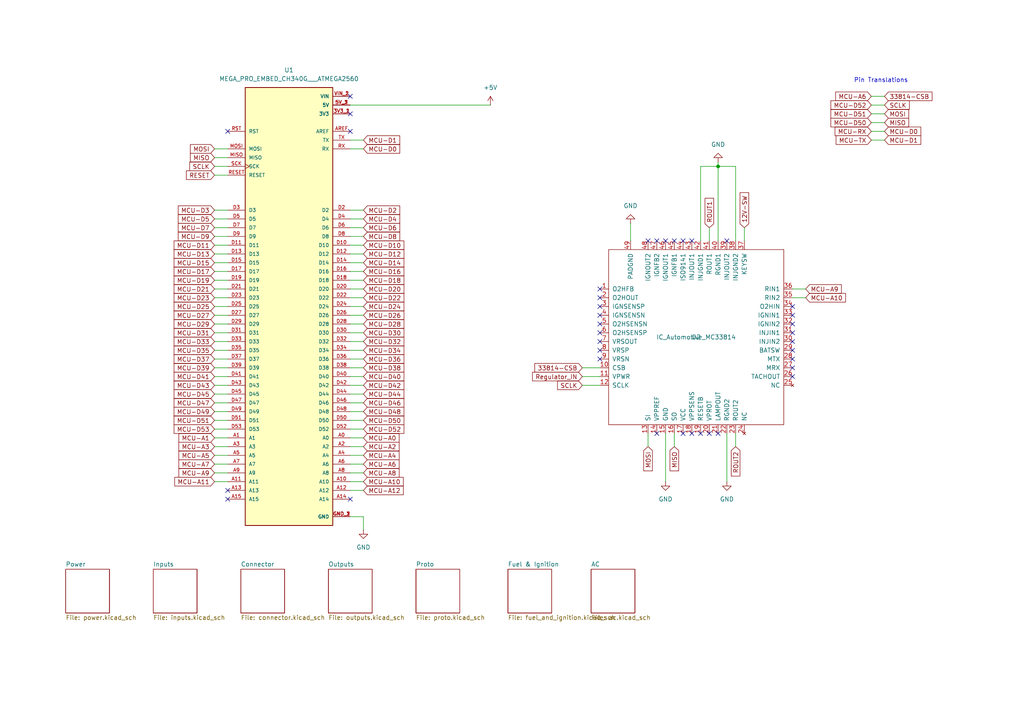
<source format=kicad_sch>
(kicad_sch
	(version 20231120)
	(generator "eeschema")
	(generator_version "8.0")
	(uuid "329447bb-9635-4655-82bd-882420dc65dc")
	(paper "A4")
	(lib_symbols
		(symbol "mc33814-ic_automotive:MC33814-IC_Automotive"
			(pin_names
				(offset 1.016)
			)
			(exclude_from_sim no)
			(in_bom yes)
			(on_board yes)
			(property "Reference" "U"
				(at 0 0 0)
				(effects
					(font
						(size 1.27 1.27)
					)
				)
			)
			(property "Value" "IC_Automotive_MC33814"
				(at 0 0 0)
				(effects
					(font
						(size 1.27 1.27)
					)
				)
			)
			(property "Footprint" "Package_QFP:LQFP-48-1EP_7x7mm_P0.5mm_EP3.6x3.6mm_ThermalVias"
				(at 0 0 0)
				(effects
					(font
						(size 1.27 1.27)
					)
					(hide yes)
				)
			)
			(property "Datasheet" ""
				(at 0 0 0)
				(effects
					(font
						(size 1.27 1.27)
					)
					(hide yes)
				)
			)
			(property "Description" ""
				(at 0 0 0)
				(effects
					(font
						(size 1.27 1.27)
					)
					(hide yes)
				)
			)
			(symbol "MC33814-IC_Automotive_0_1"
				(rectangle
					(start -25.4 25.4)
					(end 25.4 -25.4)
					(stroke
						(width 0)
						(type solid)
					)
					(fill
						(type none)
					)
				)
			)
			(symbol "MC33814-IC_Automotive_1_1"
				(pin input line
					(at -27.94 13.97 0)
					(length 2.54)
					(name "O2HFB"
						(effects
							(font
								(size 1.27 1.27)
							)
						)
					)
					(number "1"
						(effects
							(font
								(size 1.27 1.27)
							)
						)
					)
				)
				(pin input line
					(at -27.94 -8.89 0)
					(length 2.54)
					(name "CSB"
						(effects
							(font
								(size 1.27 1.27)
							)
						)
					)
					(number "10"
						(effects
							(font
								(size 1.27 1.27)
							)
						)
					)
				)
				(pin power_in line
					(at -27.94 -11.43 0)
					(length 2.54)
					(name "VPWR"
						(effects
							(font
								(size 1.27 1.27)
							)
						)
					)
					(number "11"
						(effects
							(font
								(size 1.27 1.27)
							)
						)
					)
				)
				(pin input line
					(at -27.94 -13.97 0)
					(length 2.54)
					(name "SCLK"
						(effects
							(font
								(size 1.27 1.27)
							)
						)
					)
					(number "12"
						(effects
							(font
								(size 1.27 1.27)
							)
						)
					)
				)
				(pin input line
					(at -13.97 -27.94 90)
					(length 2.54)
					(name "SI"
						(effects
							(font
								(size 1.27 1.27)
							)
						)
					)
					(number "13"
						(effects
							(font
								(size 1.27 1.27)
							)
						)
					)
				)
				(pin output line
					(at -11.43 -27.94 90)
					(length 2.54)
					(name "VPPREF"
						(effects
							(font
								(size 1.27 1.27)
							)
						)
					)
					(number "14"
						(effects
							(font
								(size 1.27 1.27)
							)
						)
					)
				)
				(pin power_in line
					(at -8.89 -27.94 90)
					(length 2.54)
					(name "GND"
						(effects
							(font
								(size 1.27 1.27)
							)
						)
					)
					(number "15"
						(effects
							(font
								(size 1.27 1.27)
							)
						)
					)
				)
				(pin output line
					(at -6.35 -27.94 90)
					(length 2.54)
					(name "SO"
						(effects
							(font
								(size 1.27 1.27)
							)
						)
					)
					(number "16"
						(effects
							(font
								(size 1.27 1.27)
							)
						)
					)
				)
				(pin power_out line
					(at -3.81 -27.94 90)
					(length 2.54)
					(name "VCC"
						(effects
							(font
								(size 1.27 1.27)
							)
						)
					)
					(number "17"
						(effects
							(font
								(size 1.27 1.27)
							)
						)
					)
				)
				(pin input line
					(at -1.27 -27.94 90)
					(length 2.54)
					(name "VPPSENS"
						(effects
							(font
								(size 1.27 1.27)
							)
						)
					)
					(number "18"
						(effects
							(font
								(size 1.27 1.27)
							)
						)
					)
				)
				(pin output line
					(at 1.27 -27.94 90)
					(length 2.54)
					(name "RESETB"
						(effects
							(font
								(size 1.27 1.27)
							)
						)
					)
					(number "19"
						(effects
							(font
								(size 1.27 1.27)
							)
						)
					)
				)
				(pin output line
					(at -27.94 11.43 0)
					(length 2.54)
					(name "O2HOUT"
						(effects
							(font
								(size 1.27 1.27)
							)
						)
					)
					(number "2"
						(effects
							(font
								(size 1.27 1.27)
							)
						)
					)
				)
				(pin power_out line
					(at 3.81 -27.94 90)
					(length 2.54)
					(name "VPROT"
						(effects
							(font
								(size 1.27 1.27)
							)
						)
					)
					(number "20"
						(effects
							(font
								(size 1.27 1.27)
							)
						)
					)
				)
				(pin output line
					(at 6.35 -27.94 90)
					(length 2.54)
					(name "LAMPOUT"
						(effects
							(font
								(size 1.27 1.27)
							)
						)
					)
					(number "21"
						(effects
							(font
								(size 1.27 1.27)
							)
						)
					)
				)
				(pin power_out line
					(at 8.89 -27.94 90)
					(length 2.54)
					(name "RGND2"
						(effects
							(font
								(size 1.27 1.27)
							)
						)
					)
					(number "22"
						(effects
							(font
								(size 1.27 1.27)
							)
						)
					)
				)
				(pin output line
					(at 11.43 -27.94 90)
					(length 2.54)
					(name "ROUT2"
						(effects
							(font
								(size 1.27 1.27)
							)
						)
					)
					(number "23"
						(effects
							(font
								(size 1.27 1.27)
							)
						)
					)
				)
				(pin no_connect line
					(at 13.97 -27.94 90)
					(length 2.54)
					(name "NC"
						(effects
							(font
								(size 1.27 1.27)
							)
						)
					)
					(number "24"
						(effects
							(font
								(size 1.27 1.27)
							)
						)
					)
				)
				(pin no_connect line
					(at 27.94 -13.97 180)
					(length 2.54)
					(name "NC"
						(effects
							(font
								(size 1.27 1.27)
							)
						)
					)
					(number "25"
						(effects
							(font
								(size 1.27 1.27)
							)
						)
					)
				)
				(pin output line
					(at 27.94 -11.43 180)
					(length 2.54)
					(name "TACHOUT"
						(effects
							(font
								(size 1.27 1.27)
							)
						)
					)
					(number "26"
						(effects
							(font
								(size 1.27 1.27)
							)
						)
					)
				)
				(pin output line
					(at 27.94 -8.89 180)
					(length 2.54)
					(name "MRX"
						(effects
							(font
								(size 1.27 1.27)
							)
						)
					)
					(number "27"
						(effects
							(font
								(size 1.27 1.27)
							)
						)
					)
				)
				(pin input line
					(at 27.94 -6.35 180)
					(length 2.54)
					(name "MTX"
						(effects
							(font
								(size 1.27 1.27)
							)
						)
					)
					(number "28"
						(effects
							(font
								(size 1.27 1.27)
							)
						)
					)
				)
				(pin output line
					(at 27.94 -3.81 180)
					(length 2.54)
					(name "BATSW"
						(effects
							(font
								(size 1.27 1.27)
							)
						)
					)
					(number "29"
						(effects
							(font
								(size 1.27 1.27)
							)
						)
					)
				)
				(pin input line
					(at -27.94 8.89 0)
					(length 2.54)
					(name "IGNSENSP"
						(effects
							(font
								(size 1.27 1.27)
							)
						)
					)
					(number "3"
						(effects
							(font
								(size 1.27 1.27)
							)
						)
					)
				)
				(pin input line
					(at 27.94 -1.27 180)
					(length 2.54)
					(name "INJIN2"
						(effects
							(font
								(size 1.27 1.27)
							)
						)
					)
					(number "30"
						(effects
							(font
								(size 1.27 1.27)
							)
						)
					)
				)
				(pin input line
					(at 27.94 1.27 180)
					(length 2.54)
					(name "INJIN1"
						(effects
							(font
								(size 1.27 1.27)
							)
						)
					)
					(number "31"
						(effects
							(font
								(size 1.27 1.27)
							)
						)
					)
				)
				(pin input line
					(at 27.94 3.81 180)
					(length 2.54)
					(name "IGNIN2"
						(effects
							(font
								(size 1.27 1.27)
							)
						)
					)
					(number "32"
						(effects
							(font
								(size 1.27 1.27)
							)
						)
					)
				)
				(pin input line
					(at 27.94 6.35 180)
					(length 2.54)
					(name "IGNIN1"
						(effects
							(font
								(size 1.27 1.27)
							)
						)
					)
					(number "33"
						(effects
							(font
								(size 1.27 1.27)
							)
						)
					)
				)
				(pin input line
					(at 27.94 8.89 180)
					(length 2.54)
					(name "O2HIN"
						(effects
							(font
								(size 1.27 1.27)
							)
						)
					)
					(number "34"
						(effects
							(font
								(size 1.27 1.27)
							)
						)
					)
				)
				(pin input line
					(at 27.94 11.43 180)
					(length 2.54)
					(name "RIN2"
						(effects
							(font
								(size 1.27 1.27)
							)
						)
					)
					(number "35"
						(effects
							(font
								(size 1.27 1.27)
							)
						)
					)
				)
				(pin input line
					(at 27.94 13.97 180)
					(length 2.54)
					(name "RIN1"
						(effects
							(font
								(size 1.27 1.27)
							)
						)
					)
					(number "36"
						(effects
							(font
								(size 1.27 1.27)
							)
						)
					)
				)
				(pin input line
					(at 13.97 27.94 270)
					(length 2.54)
					(name "KEYSW"
						(effects
							(font
								(size 1.27 1.27)
							)
						)
					)
					(number "37"
						(effects
							(font
								(size 1.27 1.27)
							)
						)
					)
				)
				(pin power_out line
					(at 11.43 27.94 270)
					(length 2.54)
					(name "INJGND2"
						(effects
							(font
								(size 1.27 1.27)
							)
						)
					)
					(number "38"
						(effects
							(font
								(size 1.27 1.27)
							)
						)
					)
				)
				(pin output line
					(at 8.89 27.94 270)
					(length 2.54)
					(name "INJOUT2"
						(effects
							(font
								(size 1.27 1.27)
							)
						)
					)
					(number "39"
						(effects
							(font
								(size 1.27 1.27)
							)
						)
					)
				)
				(pin input line
					(at -27.94 6.35 0)
					(length 2.54)
					(name "IGNSENSN"
						(effects
							(font
								(size 1.27 1.27)
							)
						)
					)
					(number "4"
						(effects
							(font
								(size 1.27 1.27)
							)
						)
					)
				)
				(pin power_out line
					(at 6.35 27.94 270)
					(length 2.54)
					(name "RGND1"
						(effects
							(font
								(size 1.27 1.27)
							)
						)
					)
					(number "40"
						(effects
							(font
								(size 1.27 1.27)
							)
						)
					)
				)
				(pin output line
					(at 3.81 27.94 270)
					(length 2.54)
					(name "ROUT1"
						(effects
							(font
								(size 1.27 1.27)
							)
						)
					)
					(number "41"
						(effects
							(font
								(size 1.27 1.27)
							)
						)
					)
				)
				(pin power_out line
					(at 1.27 27.94 270)
					(length 2.54)
					(name "INJGND1"
						(effects
							(font
								(size 1.27 1.27)
							)
						)
					)
					(number "42"
						(effects
							(font
								(size 1.27 1.27)
							)
						)
					)
				)
				(pin output line
					(at -1.27 27.94 270)
					(length 2.54)
					(name "INJOUT1"
						(effects
							(font
								(size 1.27 1.27)
							)
						)
					)
					(number "43"
						(effects
							(font
								(size 1.27 1.27)
							)
						)
					)
				)
				(pin bidirectional line
					(at -3.81 27.94 270)
					(length 2.54)
					(name "ISO9141"
						(effects
							(font
								(size 1.27 1.27)
							)
						)
					)
					(number "44"
						(effects
							(font
								(size 1.27 1.27)
							)
						)
					)
				)
				(pin input line
					(at -6.35 27.94 270)
					(length 2.54)
					(name "IGNFB1"
						(effects
							(font
								(size 1.27 1.27)
							)
						)
					)
					(number "45"
						(effects
							(font
								(size 1.27 1.27)
							)
						)
					)
				)
				(pin output line
					(at -8.89 27.94 270)
					(length 2.54)
					(name "IGNOUT1"
						(effects
							(font
								(size 1.27 1.27)
							)
						)
					)
					(number "46"
						(effects
							(font
								(size 1.27 1.27)
							)
						)
					)
				)
				(pin input line
					(at -11.43 27.94 270)
					(length 2.54)
					(name "IGNFB2"
						(effects
							(font
								(size 1.27 1.27)
							)
						)
					)
					(number "47"
						(effects
							(font
								(size 1.27 1.27)
							)
						)
					)
				)
				(pin output line
					(at -13.97 27.94 270)
					(length 2.54)
					(name "IGNOUT2"
						(effects
							(font
								(size 1.27 1.27)
							)
						)
					)
					(number "48"
						(effects
							(font
								(size 1.27 1.27)
							)
						)
					)
				)
				(pin power_in line
					(at -19.05 27.94 270)
					(length 2.54)
					(name "PADGND"
						(effects
							(font
								(size 1.27 1.27)
							)
						)
					)
					(number "49"
						(effects
							(font
								(size 1.27 1.27)
							)
						)
					)
				)
				(pin input line
					(at -27.94 3.81 0)
					(length 2.54)
					(name "O2HSENSN"
						(effects
							(font
								(size 1.27 1.27)
							)
						)
					)
					(number "5"
						(effects
							(font
								(size 1.27 1.27)
							)
						)
					)
				)
				(pin input line
					(at -27.94 1.27 0)
					(length 2.54)
					(name "O2HSENSP"
						(effects
							(font
								(size 1.27 1.27)
							)
						)
					)
					(number "6"
						(effects
							(font
								(size 1.27 1.27)
							)
						)
					)
				)
				(pin output line
					(at -27.94 -1.27 0)
					(length 2.54)
					(name "VRSOUT"
						(effects
							(font
								(size 1.27 1.27)
							)
						)
					)
					(number "7"
						(effects
							(font
								(size 1.27 1.27)
							)
						)
					)
				)
				(pin input line
					(at -27.94 -3.81 0)
					(length 2.54)
					(name "VRSP"
						(effects
							(font
								(size 1.27 1.27)
							)
						)
					)
					(number "8"
						(effects
							(font
								(size 1.27 1.27)
							)
						)
					)
				)
				(pin input line
					(at -27.94 -6.35 0)
					(length 2.54)
					(name "VRSN"
						(effects
							(font
								(size 1.27 1.27)
							)
						)
					)
					(number "9"
						(effects
							(font
								(size 1.27 1.27)
							)
						)
					)
				)
			)
		)
		(symbol "miatuino:MEGA_PRO_EMBED_CH340G___ATMEGA2560"
			(pin_names
				(offset 1.016)
			)
			(exclude_from_sim no)
			(in_bom yes)
			(on_board yes)
			(property "Reference" "U"
				(at -12.7 63.5 0)
				(effects
					(font
						(size 1.27 1.27)
					)
					(justify left bottom)
				)
			)
			(property "Value" "MEGA_PRO_EMBED_CH340G___ATMEGA2560"
				(at -12.7 -66.04 0)
				(effects
					(font
						(size 1.27 1.27)
					)
					(justify left bottom)
				)
			)
			(property "Footprint" "MEGA_PRO_EMBED_CH340G___ATMEGA2560:MODULE_MEGA_PRO_EMBED_CH340G___ATMEGA2560"
				(at 0 0 0)
				(effects
					(font
						(size 1.27 1.27)
					)
					(justify bottom)
					(hide yes)
				)
			)
			(property "Datasheet" ""
				(at 0 0 0)
				(effects
					(font
						(size 1.27 1.27)
					)
					(hide yes)
				)
			)
			(property "Description" ""
				(at 0 0 0)
				(effects
					(font
						(size 1.27 1.27)
					)
					(hide yes)
				)
			)
			(property "MF" "Robotdyn"
				(at 0 0 0)
				(effects
					(font
						(size 1.27 1.27)
					)
					(justify bottom)
					(hide yes)
				)
			)
			(property "Description_1" "\n                        \n                            \n                        \n"
				(at 0 0 0)
				(effects
					(font
						(size 1.27 1.27)
					)
					(justify bottom)
					(hide yes)
				)
			)
			(property "Package" "None"
				(at 0 0 0)
				(effects
					(font
						(size 1.27 1.27)
					)
					(justify bottom)
					(hide yes)
				)
			)
			(property "Price" "None"
				(at 0 0 0)
				(effects
					(font
						(size 1.27 1.27)
					)
					(justify bottom)
					(hide yes)
				)
			)
			(property "Check_prices" "https://www.snapeda.com/parts/Mega%20Pro%20Embed%20CH340G%20/%20ATmega2560/Robotdyn/view-part/?ref=eda"
				(at 0 0 0)
				(effects
					(font
						(size 1.27 1.27)
					)
					(justify bottom)
					(hide yes)
				)
			)
			(property "MAXIMUM_PACKAGE_HIEGHT" ""
				(at 0 0 0)
				(effects
					(font
						(size 1.27 1.27)
					)
					(justify bottom)
					(hide yes)
				)
			)
			(property "STANDARD" "Manufacturer Recommendations"
				(at 0 0 0)
				(effects
					(font
						(size 1.27 1.27)
					)
					(justify bottom)
					(hide yes)
				)
			)
			(property "PARTREV" "12/May/2017"
				(at 0 0 0)
				(effects
					(font
						(size 1.27 1.27)
					)
					(justify bottom)
					(hide yes)
				)
			)
			(property "SnapEDA_Link" "https://www.snapeda.com/parts/Mega%20Pro%20Embed%20CH340G%20/%20ATmega2560/Robotdyn/view-part/?ref=snap"
				(at 0 0 0)
				(effects
					(font
						(size 1.27 1.27)
					)
					(justify bottom)
					(hide yes)
				)
			)
			(property "MP" "Mega Pro Embed CH340G / ATmega2560"
				(at 0 0 0)
				(effects
					(font
						(size 1.27 1.27)
					)
					(justify bottom)
					(hide yes)
				)
			)
			(property "Availability" "Not in stock"
				(at 0 0 0)
				(effects
					(font
						(size 1.27 1.27)
					)
					(justify bottom)
					(hide yes)
				)
			)
			(property "MANUFACTURER" "Robotdyn"
				(at 0 0 0)
				(effects
					(font
						(size 1.27 1.27)
					)
					(justify bottom)
					(hide yes)
				)
			)
			(symbol "MEGA_PRO_EMBED_CH340G___ATMEGA2560_0_0"
				(rectangle
					(start -12.7 -63.5)
					(end 12.7 63.5)
					(stroke
						(width 0.254)
						(type default)
					)
					(fill
						(type background)
					)
				)
				(pin power_in line
					(at 17.78 55.88 180)
					(length 5.08)
					(name "3V3"
						(effects
							(font
								(size 1.016 1.016)
							)
						)
					)
					(number "3V3_1"
						(effects
							(font
								(size 1.016 1.016)
							)
						)
					)
				)
				(pin power_in line
					(at 17.78 55.88 180)
					(length 5.08)
					(name "3V3"
						(effects
							(font
								(size 1.016 1.016)
							)
						)
					)
					(number "3V3_2"
						(effects
							(font
								(size 1.016 1.016)
							)
						)
					)
				)
				(pin power_in line
					(at 17.78 58.42 180)
					(length 5.08)
					(name "5V"
						(effects
							(font
								(size 1.016 1.016)
							)
						)
					)
					(number "5V_1"
						(effects
							(font
								(size 1.016 1.016)
							)
						)
					)
				)
				(pin power_in line
					(at 17.78 58.42 180)
					(length 5.08)
					(name "5V"
						(effects
							(font
								(size 1.016 1.016)
							)
						)
					)
					(number "5V_2"
						(effects
							(font
								(size 1.016 1.016)
							)
						)
					)
				)
				(pin power_in line
					(at 17.78 58.42 180)
					(length 5.08)
					(name "5V"
						(effects
							(font
								(size 1.016 1.016)
							)
						)
					)
					(number "5V_3"
						(effects
							(font
								(size 1.016 1.016)
							)
						)
					)
				)
				(pin bidirectional line
					(at 17.78 -38.1 180)
					(length 5.08)
					(name "A0"
						(effects
							(font
								(size 1.016 1.016)
							)
						)
					)
					(number "A0"
						(effects
							(font
								(size 1.016 1.016)
							)
						)
					)
				)
				(pin bidirectional line
					(at -17.78 -38.1 0)
					(length 5.08)
					(name "A1"
						(effects
							(font
								(size 1.016 1.016)
							)
						)
					)
					(number "A1"
						(effects
							(font
								(size 1.016 1.016)
							)
						)
					)
				)
				(pin bidirectional line
					(at 17.78 -50.8 180)
					(length 5.08)
					(name "A10"
						(effects
							(font
								(size 1.016 1.016)
							)
						)
					)
					(number "A10"
						(effects
							(font
								(size 1.016 1.016)
							)
						)
					)
				)
				(pin bidirectional line
					(at -17.78 -50.8 0)
					(length 5.08)
					(name "A11"
						(effects
							(font
								(size 1.016 1.016)
							)
						)
					)
					(number "A11"
						(effects
							(font
								(size 1.016 1.016)
							)
						)
					)
				)
				(pin bidirectional line
					(at 17.78 -53.34 180)
					(length 5.08)
					(name "A12"
						(effects
							(font
								(size 1.016 1.016)
							)
						)
					)
					(number "A12"
						(effects
							(font
								(size 1.016 1.016)
							)
						)
					)
				)
				(pin bidirectional line
					(at -17.78 -53.34 0)
					(length 5.08)
					(name "A13"
						(effects
							(font
								(size 1.016 1.016)
							)
						)
					)
					(number "A13"
						(effects
							(font
								(size 1.016 1.016)
							)
						)
					)
				)
				(pin bidirectional line
					(at 17.78 -55.88 180)
					(length 5.08)
					(name "A14"
						(effects
							(font
								(size 1.016 1.016)
							)
						)
					)
					(number "A14"
						(effects
							(font
								(size 1.016 1.016)
							)
						)
					)
				)
				(pin bidirectional line
					(at -17.78 -55.88 0)
					(length 5.08)
					(name "A15"
						(effects
							(font
								(size 1.016 1.016)
							)
						)
					)
					(number "A15"
						(effects
							(font
								(size 1.016 1.016)
							)
						)
					)
				)
				(pin bidirectional line
					(at 17.78 -40.64 180)
					(length 5.08)
					(name "A2"
						(effects
							(font
								(size 1.016 1.016)
							)
						)
					)
					(number "A2"
						(effects
							(font
								(size 1.016 1.016)
							)
						)
					)
				)
				(pin bidirectional line
					(at -17.78 -40.64 0)
					(length 5.08)
					(name "A3"
						(effects
							(font
								(size 1.016 1.016)
							)
						)
					)
					(number "A3"
						(effects
							(font
								(size 1.016 1.016)
							)
						)
					)
				)
				(pin bidirectional line
					(at 17.78 -43.18 180)
					(length 5.08)
					(name "A4"
						(effects
							(font
								(size 1.016 1.016)
							)
						)
					)
					(number "A4"
						(effects
							(font
								(size 1.016 1.016)
							)
						)
					)
				)
				(pin bidirectional line
					(at -17.78 -43.18 0)
					(length 5.08)
					(name "A5"
						(effects
							(font
								(size 1.016 1.016)
							)
						)
					)
					(number "A5"
						(effects
							(font
								(size 1.016 1.016)
							)
						)
					)
				)
				(pin bidirectional line
					(at 17.78 -45.72 180)
					(length 5.08)
					(name "A6"
						(effects
							(font
								(size 1.016 1.016)
							)
						)
					)
					(number "A6"
						(effects
							(font
								(size 1.016 1.016)
							)
						)
					)
				)
				(pin bidirectional line
					(at -17.78 -45.72 0)
					(length 5.08)
					(name "A7"
						(effects
							(font
								(size 1.016 1.016)
							)
						)
					)
					(number "A7"
						(effects
							(font
								(size 1.016 1.016)
							)
						)
					)
				)
				(pin bidirectional line
					(at 17.78 -48.26 180)
					(length 5.08)
					(name "A8"
						(effects
							(font
								(size 1.016 1.016)
							)
						)
					)
					(number "A8"
						(effects
							(font
								(size 1.016 1.016)
							)
						)
					)
				)
				(pin bidirectional line
					(at -17.78 -48.26 0)
					(length 5.08)
					(name "A9"
						(effects
							(font
								(size 1.016 1.016)
							)
						)
					)
					(number "A9"
						(effects
							(font
								(size 1.016 1.016)
							)
						)
					)
				)
				(pin bidirectional line
					(at 17.78 50.8 180)
					(length 5.08)
					(name "AREF"
						(effects
							(font
								(size 1.016 1.016)
							)
						)
					)
					(number "AREF"
						(effects
							(font
								(size 1.016 1.016)
							)
						)
					)
				)
				(pin bidirectional line
					(at 17.78 17.78 180)
					(length 5.08)
					(name "D10"
						(effects
							(font
								(size 1.016 1.016)
							)
						)
					)
					(number "D10"
						(effects
							(font
								(size 1.016 1.016)
							)
						)
					)
				)
				(pin bidirectional line
					(at -17.78 17.78 0)
					(length 5.08)
					(name "D11"
						(effects
							(font
								(size 1.016 1.016)
							)
						)
					)
					(number "D11"
						(effects
							(font
								(size 1.016 1.016)
							)
						)
					)
				)
				(pin bidirectional line
					(at 17.78 15.24 180)
					(length 5.08)
					(name "D12"
						(effects
							(font
								(size 1.016 1.016)
							)
						)
					)
					(number "D12"
						(effects
							(font
								(size 1.016 1.016)
							)
						)
					)
				)
				(pin bidirectional line
					(at -17.78 15.24 0)
					(length 5.08)
					(name "D13"
						(effects
							(font
								(size 1.016 1.016)
							)
						)
					)
					(number "D13"
						(effects
							(font
								(size 1.016 1.016)
							)
						)
					)
				)
				(pin bidirectional line
					(at 17.78 12.7 180)
					(length 5.08)
					(name "D14"
						(effects
							(font
								(size 1.016 1.016)
							)
						)
					)
					(number "D14"
						(effects
							(font
								(size 1.016 1.016)
							)
						)
					)
				)
				(pin bidirectional line
					(at -17.78 12.7 0)
					(length 5.08)
					(name "D15"
						(effects
							(font
								(size 1.016 1.016)
							)
						)
					)
					(number "D15"
						(effects
							(font
								(size 1.016 1.016)
							)
						)
					)
				)
				(pin bidirectional line
					(at 17.78 10.16 180)
					(length 5.08)
					(name "D16"
						(effects
							(font
								(size 1.016 1.016)
							)
						)
					)
					(number "D16"
						(effects
							(font
								(size 1.016 1.016)
							)
						)
					)
				)
				(pin bidirectional line
					(at -17.78 10.16 0)
					(length 5.08)
					(name "D17"
						(effects
							(font
								(size 1.016 1.016)
							)
						)
					)
					(number "D17"
						(effects
							(font
								(size 1.016 1.016)
							)
						)
					)
				)
				(pin bidirectional line
					(at 17.78 7.62 180)
					(length 5.08)
					(name "D18"
						(effects
							(font
								(size 1.016 1.016)
							)
						)
					)
					(number "D18"
						(effects
							(font
								(size 1.016 1.016)
							)
						)
					)
				)
				(pin bidirectional line
					(at -17.78 7.62 0)
					(length 5.08)
					(name "D19"
						(effects
							(font
								(size 1.016 1.016)
							)
						)
					)
					(number "D19"
						(effects
							(font
								(size 1.016 1.016)
							)
						)
					)
				)
				(pin bidirectional line
					(at 17.78 27.94 180)
					(length 5.08)
					(name "D2"
						(effects
							(font
								(size 1.016 1.016)
							)
						)
					)
					(number "D2"
						(effects
							(font
								(size 1.016 1.016)
							)
						)
					)
				)
				(pin bidirectional line
					(at 17.78 5.08 180)
					(length 5.08)
					(name "D20"
						(effects
							(font
								(size 1.016 1.016)
							)
						)
					)
					(number "D20"
						(effects
							(font
								(size 1.016 1.016)
							)
						)
					)
				)
				(pin bidirectional line
					(at -17.78 5.08 0)
					(length 5.08)
					(name "D21"
						(effects
							(font
								(size 1.016 1.016)
							)
						)
					)
					(number "D21"
						(effects
							(font
								(size 1.016 1.016)
							)
						)
					)
				)
				(pin bidirectional line
					(at 17.78 2.54 180)
					(length 5.08)
					(name "D22"
						(effects
							(font
								(size 1.016 1.016)
							)
						)
					)
					(number "D22"
						(effects
							(font
								(size 1.016 1.016)
							)
						)
					)
				)
				(pin bidirectional line
					(at -17.78 2.54 0)
					(length 5.08)
					(name "D23"
						(effects
							(font
								(size 1.016 1.016)
							)
						)
					)
					(number "D23"
						(effects
							(font
								(size 1.016 1.016)
							)
						)
					)
				)
				(pin bidirectional line
					(at 17.78 0 180)
					(length 5.08)
					(name "D24"
						(effects
							(font
								(size 1.016 1.016)
							)
						)
					)
					(number "D24"
						(effects
							(font
								(size 1.016 1.016)
							)
						)
					)
				)
				(pin bidirectional line
					(at -17.78 0 0)
					(length 5.08)
					(name "D25"
						(effects
							(font
								(size 1.016 1.016)
							)
						)
					)
					(number "D25"
						(effects
							(font
								(size 1.016 1.016)
							)
						)
					)
				)
				(pin bidirectional line
					(at 17.78 -2.54 180)
					(length 5.08)
					(name "D26"
						(effects
							(font
								(size 1.016 1.016)
							)
						)
					)
					(number "D26"
						(effects
							(font
								(size 1.016 1.016)
							)
						)
					)
				)
				(pin bidirectional line
					(at -17.78 -2.54 0)
					(length 5.08)
					(name "D27"
						(effects
							(font
								(size 1.016 1.016)
							)
						)
					)
					(number "D27"
						(effects
							(font
								(size 1.016 1.016)
							)
						)
					)
				)
				(pin bidirectional line
					(at 17.78 -5.08 180)
					(length 5.08)
					(name "D28"
						(effects
							(font
								(size 1.016 1.016)
							)
						)
					)
					(number "D28"
						(effects
							(font
								(size 1.016 1.016)
							)
						)
					)
				)
				(pin bidirectional line
					(at -17.78 -5.08 0)
					(length 5.08)
					(name "D29"
						(effects
							(font
								(size 1.016 1.016)
							)
						)
					)
					(number "D29"
						(effects
							(font
								(size 1.016 1.016)
							)
						)
					)
				)
				(pin bidirectional line
					(at -17.78 27.94 0)
					(length 5.08)
					(name "D3"
						(effects
							(font
								(size 1.016 1.016)
							)
						)
					)
					(number "D3"
						(effects
							(font
								(size 1.016 1.016)
							)
						)
					)
				)
				(pin bidirectional line
					(at 17.78 -7.62 180)
					(length 5.08)
					(name "D30"
						(effects
							(font
								(size 1.016 1.016)
							)
						)
					)
					(number "D30"
						(effects
							(font
								(size 1.016 1.016)
							)
						)
					)
				)
				(pin bidirectional line
					(at -17.78 -7.62 0)
					(length 5.08)
					(name "D31"
						(effects
							(font
								(size 1.016 1.016)
							)
						)
					)
					(number "D31"
						(effects
							(font
								(size 1.016 1.016)
							)
						)
					)
				)
				(pin bidirectional line
					(at 17.78 -10.16 180)
					(length 5.08)
					(name "D32"
						(effects
							(font
								(size 1.016 1.016)
							)
						)
					)
					(number "D32"
						(effects
							(font
								(size 1.016 1.016)
							)
						)
					)
				)
				(pin bidirectional line
					(at -17.78 -10.16 0)
					(length 5.08)
					(name "D33"
						(effects
							(font
								(size 1.016 1.016)
							)
						)
					)
					(number "D33"
						(effects
							(font
								(size 1.016 1.016)
							)
						)
					)
				)
				(pin bidirectional line
					(at 17.78 -12.7 180)
					(length 5.08)
					(name "D34"
						(effects
							(font
								(size 1.016 1.016)
							)
						)
					)
					(number "D34"
						(effects
							(font
								(size 1.016 1.016)
							)
						)
					)
				)
				(pin bidirectional line
					(at -17.78 -12.7 0)
					(length 5.08)
					(name "D35"
						(effects
							(font
								(size 1.016 1.016)
							)
						)
					)
					(number "D35"
						(effects
							(font
								(size 1.016 1.016)
							)
						)
					)
				)
				(pin bidirectional line
					(at 17.78 -15.24 180)
					(length 5.08)
					(name "D36"
						(effects
							(font
								(size 1.016 1.016)
							)
						)
					)
					(number "D36"
						(effects
							(font
								(size 1.016 1.016)
							)
						)
					)
				)
				(pin bidirectional line
					(at -17.78 -15.24 0)
					(length 5.08)
					(name "D37"
						(effects
							(font
								(size 1.016 1.016)
							)
						)
					)
					(number "D37"
						(effects
							(font
								(size 1.016 1.016)
							)
						)
					)
				)
				(pin bidirectional line
					(at 17.78 -17.78 180)
					(length 5.08)
					(name "D38"
						(effects
							(font
								(size 1.016 1.016)
							)
						)
					)
					(number "D38"
						(effects
							(font
								(size 1.016 1.016)
							)
						)
					)
				)
				(pin bidirectional line
					(at -17.78 -17.78 0)
					(length 5.08)
					(name "D39"
						(effects
							(font
								(size 1.016 1.016)
							)
						)
					)
					(number "D39"
						(effects
							(font
								(size 1.016 1.016)
							)
						)
					)
				)
				(pin bidirectional line
					(at 17.78 25.4 180)
					(length 5.08)
					(name "D4"
						(effects
							(font
								(size 1.016 1.016)
							)
						)
					)
					(number "D4"
						(effects
							(font
								(size 1.016 1.016)
							)
						)
					)
				)
				(pin bidirectional line
					(at 17.78 -20.32 180)
					(length 5.08)
					(name "D40"
						(effects
							(font
								(size 1.016 1.016)
							)
						)
					)
					(number "D40"
						(effects
							(font
								(size 1.016 1.016)
							)
						)
					)
				)
				(pin bidirectional line
					(at -17.78 -20.32 0)
					(length 5.08)
					(name "D41"
						(effects
							(font
								(size 1.016 1.016)
							)
						)
					)
					(number "D41"
						(effects
							(font
								(size 1.016 1.016)
							)
						)
					)
				)
				(pin bidirectional line
					(at 17.78 -22.86 180)
					(length 5.08)
					(name "D42"
						(effects
							(font
								(size 1.016 1.016)
							)
						)
					)
					(number "D42"
						(effects
							(font
								(size 1.016 1.016)
							)
						)
					)
				)
				(pin bidirectional line
					(at -17.78 -22.86 0)
					(length 5.08)
					(name "D43"
						(effects
							(font
								(size 1.016 1.016)
							)
						)
					)
					(number "D43"
						(effects
							(font
								(size 1.016 1.016)
							)
						)
					)
				)
				(pin bidirectional line
					(at 17.78 -25.4 180)
					(length 5.08)
					(name "D44"
						(effects
							(font
								(size 1.016 1.016)
							)
						)
					)
					(number "D44"
						(effects
							(font
								(size 1.016 1.016)
							)
						)
					)
				)
				(pin bidirectional line
					(at -17.78 -25.4 0)
					(length 5.08)
					(name "D45"
						(effects
							(font
								(size 1.016 1.016)
							)
						)
					)
					(number "D45"
						(effects
							(font
								(size 1.016 1.016)
							)
						)
					)
				)
				(pin bidirectional line
					(at 17.78 -27.94 180)
					(length 5.08)
					(name "D46"
						(effects
							(font
								(size 1.016 1.016)
							)
						)
					)
					(number "D46"
						(effects
							(font
								(size 1.016 1.016)
							)
						)
					)
				)
				(pin bidirectional line
					(at -17.78 -27.94 0)
					(length 5.08)
					(name "D47"
						(effects
							(font
								(size 1.016 1.016)
							)
						)
					)
					(number "D47"
						(effects
							(font
								(size 1.016 1.016)
							)
						)
					)
				)
				(pin bidirectional line
					(at 17.78 -30.48 180)
					(length 5.08)
					(name "D48"
						(effects
							(font
								(size 1.016 1.016)
							)
						)
					)
					(number "D48"
						(effects
							(font
								(size 1.016 1.016)
							)
						)
					)
				)
				(pin bidirectional line
					(at -17.78 -30.48 0)
					(length 5.08)
					(name "D49"
						(effects
							(font
								(size 1.016 1.016)
							)
						)
					)
					(number "D49"
						(effects
							(font
								(size 1.016 1.016)
							)
						)
					)
				)
				(pin bidirectional line
					(at -17.78 25.4 0)
					(length 5.08)
					(name "D5"
						(effects
							(font
								(size 1.016 1.016)
							)
						)
					)
					(number "D5"
						(effects
							(font
								(size 1.016 1.016)
							)
						)
					)
				)
				(pin bidirectional line
					(at 17.78 -33.02 180)
					(length 5.08)
					(name "D50"
						(effects
							(font
								(size 1.016 1.016)
							)
						)
					)
					(number "D50"
						(effects
							(font
								(size 1.016 1.016)
							)
						)
					)
				)
				(pin bidirectional line
					(at -17.78 -33.02 0)
					(length 5.08)
					(name "D51"
						(effects
							(font
								(size 1.016 1.016)
							)
						)
					)
					(number "D51"
						(effects
							(font
								(size 1.016 1.016)
							)
						)
					)
				)
				(pin bidirectional line
					(at 17.78 -35.56 180)
					(length 5.08)
					(name "D52"
						(effects
							(font
								(size 1.016 1.016)
							)
						)
					)
					(number "D52"
						(effects
							(font
								(size 1.016 1.016)
							)
						)
					)
				)
				(pin bidirectional line
					(at -17.78 -35.56 0)
					(length 5.08)
					(name "D53"
						(effects
							(font
								(size 1.016 1.016)
							)
						)
					)
					(number "D53"
						(effects
							(font
								(size 1.016 1.016)
							)
						)
					)
				)
				(pin bidirectional line
					(at 17.78 22.86 180)
					(length 5.08)
					(name "D6"
						(effects
							(font
								(size 1.016 1.016)
							)
						)
					)
					(number "D6"
						(effects
							(font
								(size 1.016 1.016)
							)
						)
					)
				)
				(pin bidirectional line
					(at -17.78 22.86 0)
					(length 5.08)
					(name "D7"
						(effects
							(font
								(size 1.016 1.016)
							)
						)
					)
					(number "D7"
						(effects
							(font
								(size 1.016 1.016)
							)
						)
					)
				)
				(pin bidirectional line
					(at 17.78 20.32 180)
					(length 5.08)
					(name "D8"
						(effects
							(font
								(size 1.016 1.016)
							)
						)
					)
					(number "D8"
						(effects
							(font
								(size 1.016 1.016)
							)
						)
					)
				)
				(pin bidirectional line
					(at -17.78 20.32 0)
					(length 5.08)
					(name "D9"
						(effects
							(font
								(size 1.016 1.016)
							)
						)
					)
					(number "D9"
						(effects
							(font
								(size 1.016 1.016)
							)
						)
					)
				)
				(pin power_in line
					(at 17.78 -60.96 180)
					(length 5.08)
					(name "GND"
						(effects
							(font
								(size 1.016 1.016)
							)
						)
					)
					(number "GND_1"
						(effects
							(font
								(size 1.016 1.016)
							)
						)
					)
				)
				(pin power_in line
					(at 17.78 -60.96 180)
					(length 5.08)
					(name "GND"
						(effects
							(font
								(size 1.016 1.016)
							)
						)
					)
					(number "GND_2"
						(effects
							(font
								(size 1.016 1.016)
							)
						)
					)
				)
				(pin power_in line
					(at 17.78 -60.96 180)
					(length 5.08)
					(name "GND"
						(effects
							(font
								(size 1.016 1.016)
							)
						)
					)
					(number "GND_3"
						(effects
							(font
								(size 1.016 1.016)
							)
						)
					)
				)
				(pin bidirectional line
					(at -17.78 43.18 0)
					(length 5.08)
					(name "MISO"
						(effects
							(font
								(size 1.016 1.016)
							)
						)
					)
					(number "MISO"
						(effects
							(font
								(size 1.016 1.016)
							)
						)
					)
				)
				(pin bidirectional line
					(at -17.78 45.72 0)
					(length 5.08)
					(name "MOSI"
						(effects
							(font
								(size 1.016 1.016)
							)
						)
					)
					(number "MOSI"
						(effects
							(font
								(size 1.016 1.016)
							)
						)
					)
				)
				(pin input line
					(at -17.78 38.1 0)
					(length 5.08)
					(name "RESET"
						(effects
							(font
								(size 1.016 1.016)
							)
						)
					)
					(number "RESET"
						(effects
							(font
								(size 1.016 1.016)
							)
						)
					)
				)
				(pin input line
					(at -17.78 50.8 0)
					(length 5.08)
					(name "RST"
						(effects
							(font
								(size 1.016 1.016)
							)
						)
					)
					(number "RST"
						(effects
							(font
								(size 1.016 1.016)
							)
						)
					)
				)
				(pin input line
					(at 17.78 45.72 180)
					(length 5.08)
					(name "RX"
						(effects
							(font
								(size 1.016 1.016)
							)
						)
					)
					(number "RX"
						(effects
							(font
								(size 1.016 1.016)
							)
						)
					)
				)
				(pin bidirectional clock
					(at -17.78 40.64 0)
					(length 5.08)
					(name "SCK"
						(effects
							(font
								(size 1.016 1.016)
							)
						)
					)
					(number "SCK"
						(effects
							(font
								(size 1.016 1.016)
							)
						)
					)
				)
				(pin output line
					(at 17.78 48.26 180)
					(length 5.08)
					(name "TX"
						(effects
							(font
								(size 1.016 1.016)
							)
						)
					)
					(number "TX"
						(effects
							(font
								(size 1.016 1.016)
							)
						)
					)
				)
				(pin power_in line
					(at 17.78 60.96 180)
					(length 5.08)
					(name "VIN"
						(effects
							(font
								(size 1.016 1.016)
							)
						)
					)
					(number "VIN_1"
						(effects
							(font
								(size 1.016 1.016)
							)
						)
					)
				)
				(pin power_in line
					(at 17.78 60.96 180)
					(length 5.08)
					(name "VIN"
						(effects
							(font
								(size 1.016 1.016)
							)
						)
					)
					(number "VIN_2"
						(effects
							(font
								(size 1.016 1.016)
							)
						)
					)
				)
			)
		)
		(symbol "power:+5V"
			(power)
			(pin_numbers hide)
			(pin_names
				(offset 0) hide)
			(exclude_from_sim no)
			(in_bom yes)
			(on_board yes)
			(property "Reference" "#PWR"
				(at 0 -3.81 0)
				(effects
					(font
						(size 1.27 1.27)
					)
					(hide yes)
				)
			)
			(property "Value" "+5V"
				(at 0 3.556 0)
				(effects
					(font
						(size 1.27 1.27)
					)
				)
			)
			(property "Footprint" ""
				(at 0 0 0)
				(effects
					(font
						(size 1.27 1.27)
					)
					(hide yes)
				)
			)
			(property "Datasheet" ""
				(at 0 0 0)
				(effects
					(font
						(size 1.27 1.27)
					)
					(hide yes)
				)
			)
			(property "Description" "Power symbol creates a global label with name \"+5V\""
				(at 0 0 0)
				(effects
					(font
						(size 1.27 1.27)
					)
					(hide yes)
				)
			)
			(property "ki_keywords" "global power"
				(at 0 0 0)
				(effects
					(font
						(size 1.27 1.27)
					)
					(hide yes)
				)
			)
			(symbol "+5V_0_1"
				(polyline
					(pts
						(xy -0.762 1.27) (xy 0 2.54)
					)
					(stroke
						(width 0)
						(type default)
					)
					(fill
						(type none)
					)
				)
				(polyline
					(pts
						(xy 0 0) (xy 0 2.54)
					)
					(stroke
						(width 0)
						(type default)
					)
					(fill
						(type none)
					)
				)
				(polyline
					(pts
						(xy 0 2.54) (xy 0.762 1.27)
					)
					(stroke
						(width 0)
						(type default)
					)
					(fill
						(type none)
					)
				)
			)
			(symbol "+5V_1_1"
				(pin power_in line
					(at 0 0 90)
					(length 0)
					(name "~"
						(effects
							(font
								(size 1.27 1.27)
							)
						)
					)
					(number "1"
						(effects
							(font
								(size 1.27 1.27)
							)
						)
					)
				)
			)
		)
		(symbol "power:GND"
			(power)
			(pin_numbers hide)
			(pin_names
				(offset 0) hide)
			(exclude_from_sim no)
			(in_bom yes)
			(on_board yes)
			(property "Reference" "#PWR"
				(at 0 -6.35 0)
				(effects
					(font
						(size 1.27 1.27)
					)
					(hide yes)
				)
			)
			(property "Value" "GND"
				(at 0 -3.81 0)
				(effects
					(font
						(size 1.27 1.27)
					)
				)
			)
			(property "Footprint" ""
				(at 0 0 0)
				(effects
					(font
						(size 1.27 1.27)
					)
					(hide yes)
				)
			)
			(property "Datasheet" ""
				(at 0 0 0)
				(effects
					(font
						(size 1.27 1.27)
					)
					(hide yes)
				)
			)
			(property "Description" "Power symbol creates a global label with name \"GND\" , ground"
				(at 0 0 0)
				(effects
					(font
						(size 1.27 1.27)
					)
					(hide yes)
				)
			)
			(property "ki_keywords" "global power"
				(at 0 0 0)
				(effects
					(font
						(size 1.27 1.27)
					)
					(hide yes)
				)
			)
			(symbol "GND_0_1"
				(polyline
					(pts
						(xy 0 0) (xy 0 -1.27) (xy 1.27 -1.27) (xy 0 -2.54) (xy -1.27 -1.27) (xy 0 -1.27)
					)
					(stroke
						(width 0)
						(type default)
					)
					(fill
						(type none)
					)
				)
			)
			(symbol "GND_1_1"
				(pin power_in line
					(at 0 0 270)
					(length 0)
					(name "~"
						(effects
							(font
								(size 1.27 1.27)
							)
						)
					)
					(number "1"
						(effects
							(font
								(size 1.27 1.27)
							)
						)
					)
				)
			)
		)
	)
	(junction
		(at 208.28 48.26)
		(diameter 0)
		(color 0 0 0 0)
		(uuid "372b4e53-7a48-4373-a120-a235c29bdfa4")
	)
	(no_connect
		(at 229.87 101.6)
		(uuid "0730bb5e-8a4c-4f5e-8e55-0c6e1171f75c")
	)
	(no_connect
		(at 173.99 99.06)
		(uuid "07a8954c-4d04-406f-b8f7-76173e8c8ce0")
	)
	(no_connect
		(at 101.6 144.78)
		(uuid "0f2871d7-b982-4d9a-8e40-b17b68a75782")
	)
	(no_connect
		(at 173.99 93.98)
		(uuid "12d0ab9f-35eb-4197-bb8b-72b6aad19354")
	)
	(no_connect
		(at 66.04 38.1)
		(uuid "192f44d4-79e7-43d6-984d-8a2bbe7eaadf")
	)
	(no_connect
		(at 229.87 106.68)
		(uuid "276d29c3-d86c-4657-9ba4-c4234d4bf161")
	)
	(no_connect
		(at 229.87 104.14)
		(uuid "2a6d9c9e-c5c5-433d-9678-063bcb29f567")
	)
	(no_connect
		(at 173.99 91.44)
		(uuid "2ce3e8a9-088f-439d-a46f-2bf9142cafef")
	)
	(no_connect
		(at 187.96 69.85)
		(uuid "2d6aacd0-b12a-4f5f-a2c5-597b4f4a72be")
	)
	(no_connect
		(at 229.87 96.52)
		(uuid "38353ef5-5c38-44eb-b076-f0b6edcce965")
	)
	(no_connect
		(at 229.87 109.22)
		(uuid "3878d4a1-d068-4ef7-882a-870367c35169")
	)
	(no_connect
		(at 173.99 83.82)
		(uuid "3ff17f94-0409-4fae-a37f-0274a175c660")
	)
	(no_connect
		(at 229.87 88.9)
		(uuid "4a2c0ab2-2e49-45cd-867e-e4bc9e66c088")
	)
	(no_connect
		(at 101.6 27.94)
		(uuid "4aca9a25-02f2-456d-8738-4f804b06f124")
	)
	(no_connect
		(at 193.04 69.85)
		(uuid "4f8ccf2d-dc56-4464-a257-1ff557bbf67d")
	)
	(no_connect
		(at 229.87 99.06)
		(uuid "543d6281-444f-4520-b4f9-ed29e514c9b8")
	)
	(no_connect
		(at 208.28 125.73)
		(uuid "59abcdef-d49e-43ea-b092-051cf873bc1b")
	)
	(no_connect
		(at 173.99 88.9)
		(uuid "6fa1ad3c-c0e6-49af-b435-111b06d0dbf7")
	)
	(no_connect
		(at 200.66 69.85)
		(uuid "7035057e-3191-4d79-a32e-810a3ff50bea")
	)
	(no_connect
		(at 66.04 142.24)
		(uuid "71bb68d5-a31c-4a81-8f42-0f80dd66407a")
	)
	(no_connect
		(at 229.87 91.44)
		(uuid "790e5364-edf8-4752-a908-66e08239cb32")
	)
	(no_connect
		(at 66.04 144.78)
		(uuid "7bdbe9c3-cbf5-41ec-b502-f0a31588bc1d")
	)
	(no_connect
		(at 173.99 86.36)
		(uuid "85798e84-121a-449c-b725-c7e40b12c6bd")
	)
	(no_connect
		(at 190.5 69.85)
		(uuid "896b8cd9-4dfb-4933-8c5a-2a02de062c3c")
	)
	(no_connect
		(at 205.74 125.73)
		(uuid "8a95a48f-9ce3-4bb1-adf7-ab6c295b4c10")
	)
	(no_connect
		(at 190.5 125.73)
		(uuid "946ea0cd-0a8b-4814-8451-d08dd704d060")
	)
	(no_connect
		(at 173.99 101.6)
		(uuid "9f774ad1-b616-40c7-9ce1-f496bdaef11d")
	)
	(no_connect
		(at 101.6 33.02)
		(uuid "a50ab185-83e6-459b-839e-d1dc72919cb5")
	)
	(no_connect
		(at 173.99 96.52)
		(uuid "c1f598f3-4f30-42e7-84fa-02f28d7585bf")
	)
	(no_connect
		(at 200.66 125.73)
		(uuid "c2fc5ee3-307c-4b59-8477-dc9d23a9ae1b")
	)
	(no_connect
		(at 198.12 125.73)
		(uuid "cbc154e9-62bc-4c85-8050-247120bf25da")
	)
	(no_connect
		(at 229.87 93.98)
		(uuid "cc05a9a1-146b-4bb3-afe9-5b88c2bc0a27")
	)
	(no_connect
		(at 101.6 38.1)
		(uuid "d1ab1243-bbc9-4531-abba-c85c48f8c63a")
	)
	(no_connect
		(at 203.2 125.73)
		(uuid "d4746d1d-54d3-4b47-bb3b-39a43a28286f")
	)
	(no_connect
		(at 195.58 69.85)
		(uuid "db475785-dad3-4e09-afd1-984233f61144")
	)
	(no_connect
		(at 173.99 104.14)
		(uuid "e40b9472-66b0-4226-988e-dd23bcb7fcd7")
	)
	(no_connect
		(at 198.12 69.85)
		(uuid "fd444b1b-1796-4529-a9db-109f19744655")
	)
	(no_connect
		(at 210.82 69.85)
		(uuid "fd8d6014-ace0-4fe8-afeb-0cbf65f9b34a")
	)
	(wire
		(pts
			(xy 213.36 48.26) (xy 208.28 48.26)
		)
		(stroke
			(width 0)
			(type default)
		)
		(uuid "010d7622-ff69-4011-9daa-8b67c24f0435")
	)
	(wire
		(pts
			(xy 101.6 86.36) (xy 105.41 86.36)
		)
		(stroke
			(width 0)
			(type default)
		)
		(uuid "010e22d6-1673-4695-8110-897a2315729d")
	)
	(wire
		(pts
			(xy 215.9 66.04) (xy 215.9 69.85)
		)
		(stroke
			(width 0)
			(type default)
		)
		(uuid "01669ddc-df38-446c-a002-2ab62fe89b4e")
	)
	(wire
		(pts
			(xy 195.58 129.54) (xy 195.58 125.73)
		)
		(stroke
			(width 0)
			(type default)
		)
		(uuid "02f0af5e-feec-40dc-b2c9-203512729a82")
	)
	(wire
		(pts
			(xy 101.6 78.74) (xy 105.41 78.74)
		)
		(stroke
			(width 0)
			(type default)
		)
		(uuid "033b63be-45a9-4424-b155-c38a12b0ecb4")
	)
	(wire
		(pts
			(xy 62.23 43.18) (xy 66.04 43.18)
		)
		(stroke
			(width 0)
			(type default)
		)
		(uuid "037ee8de-0aa6-493f-93f2-3effb9cb1aef")
	)
	(wire
		(pts
			(xy 62.23 106.68) (xy 66.04 106.68)
		)
		(stroke
			(width 0)
			(type default)
		)
		(uuid "061e6177-19bc-4e3f-9fff-a800b75822cb")
	)
	(wire
		(pts
			(xy 208.28 46.99) (xy 208.28 48.26)
		)
		(stroke
			(width 0)
			(type default)
		)
		(uuid "11f5e7bc-3e52-45fa-bc17-5bedc77011e0")
	)
	(wire
		(pts
			(xy 101.6 43.18) (xy 105.41 43.18)
		)
		(stroke
			(width 0)
			(type default)
		)
		(uuid "1550f2c8-ac9a-4375-b36b-2e2f5e57a18b")
	)
	(wire
		(pts
			(xy 101.6 88.9) (xy 105.41 88.9)
		)
		(stroke
			(width 0)
			(type default)
		)
		(uuid "1cf9d7f6-1aa9-44c3-96f5-d5b88479b337")
	)
	(wire
		(pts
			(xy 62.23 116.84) (xy 66.04 116.84)
		)
		(stroke
			(width 0)
			(type default)
		)
		(uuid "1feabc1d-05a2-4e3e-9763-bb701a74e972")
	)
	(wire
		(pts
			(xy 62.23 127) (xy 66.04 127)
		)
		(stroke
			(width 0)
			(type default)
		)
		(uuid "22af6dcf-e8b7-43b1-9d4a-af1e6b327138")
	)
	(wire
		(pts
			(xy 62.23 68.58) (xy 66.04 68.58)
		)
		(stroke
			(width 0)
			(type default)
		)
		(uuid "22ce11dd-31ed-4f53-b42c-5df63822ec82")
	)
	(wire
		(pts
			(xy 203.2 69.85) (xy 203.2 48.26)
		)
		(stroke
			(width 0)
			(type default)
		)
		(uuid "2667db1f-bf6f-4f1f-b0a3-0e1890100937")
	)
	(wire
		(pts
			(xy 62.23 66.04) (xy 66.04 66.04)
		)
		(stroke
			(width 0)
			(type default)
		)
		(uuid "27ee9a15-24ca-435e-bd07-d2dbc1871086")
	)
	(wire
		(pts
			(xy 62.23 119.38) (xy 66.04 119.38)
		)
		(stroke
			(width 0)
			(type default)
		)
		(uuid "2be6b7a3-346b-4183-90f7-c76ec6e7fa05")
	)
	(wire
		(pts
			(xy 205.74 66.04) (xy 205.74 69.85)
		)
		(stroke
			(width 0)
			(type default)
		)
		(uuid "2d028e49-a5ca-4032-8fb2-1ed22d5dadd5")
	)
	(wire
		(pts
			(xy 62.23 48.26) (xy 66.04 48.26)
		)
		(stroke
			(width 0)
			(type default)
		)
		(uuid "2e885a1b-5e5a-4df7-9689-5123230337e3")
	)
	(wire
		(pts
			(xy 168.91 106.68) (xy 173.99 106.68)
		)
		(stroke
			(width 0)
			(type default)
		)
		(uuid "32773fbf-42b0-4572-b6fb-174fce2ff8ba")
	)
	(wire
		(pts
			(xy 101.6 119.38) (xy 105.41 119.38)
		)
		(stroke
			(width 0)
			(type default)
		)
		(uuid "36b3a36f-3691-4ba3-a45a-a2f4382c5e97")
	)
	(wire
		(pts
			(xy 62.23 132.08) (xy 66.04 132.08)
		)
		(stroke
			(width 0)
			(type default)
		)
		(uuid "3bba2f3a-c54c-4691-976c-c147e6b3a141")
	)
	(wire
		(pts
			(xy 62.23 73.66) (xy 66.04 73.66)
		)
		(stroke
			(width 0)
			(type default)
		)
		(uuid "3d89a283-7f23-483f-8f02-3b3ee24d6bb0")
	)
	(wire
		(pts
			(xy 101.6 137.16) (xy 105.41 137.16)
		)
		(stroke
			(width 0)
			(type default)
		)
		(uuid "436288b7-9a10-4288-a110-315cd44282e7")
	)
	(wire
		(pts
			(xy 62.23 99.06) (xy 66.04 99.06)
		)
		(stroke
			(width 0)
			(type default)
		)
		(uuid "469621a0-779b-4fc6-a5a2-92c2b98cac4d")
	)
	(wire
		(pts
			(xy 101.6 83.82) (xy 105.41 83.82)
		)
		(stroke
			(width 0)
			(type default)
		)
		(uuid "496ae87c-f837-4de1-a212-2d63c977f0f6")
	)
	(wire
		(pts
			(xy 101.6 63.5) (xy 105.41 63.5)
		)
		(stroke
			(width 0)
			(type default)
		)
		(uuid "51791905-ac65-4861-8fb0-55afe9d061be")
	)
	(wire
		(pts
			(xy 62.23 93.98) (xy 66.04 93.98)
		)
		(stroke
			(width 0)
			(type default)
		)
		(uuid "529e6b4c-503d-47ae-a307-3dd32ae34fff")
	)
	(wire
		(pts
			(xy 101.6 129.54) (xy 105.41 129.54)
		)
		(stroke
			(width 0)
			(type default)
		)
		(uuid "5e289e4d-498b-464c-a51d-f53b00fea304")
	)
	(wire
		(pts
			(xy 252.73 35.56) (xy 256.54 35.56)
		)
		(stroke
			(width 0)
			(type default)
		)
		(uuid "5fe65ace-72d9-4539-ad24-952867bcf05b")
	)
	(wire
		(pts
			(xy 213.36 129.54) (xy 213.36 125.73)
		)
		(stroke
			(width 0)
			(type default)
		)
		(uuid "60bd5221-caeb-4a0f-afb8-c3862ab2b7fb")
	)
	(wire
		(pts
			(xy 62.23 109.22) (xy 66.04 109.22)
		)
		(stroke
			(width 0)
			(type default)
		)
		(uuid "63202ef5-a0ba-4c75-973d-69d0fec82fe5")
	)
	(wire
		(pts
			(xy 101.6 101.6) (xy 105.41 101.6)
		)
		(stroke
			(width 0)
			(type default)
		)
		(uuid "656a6f0b-4d76-44b8-9dd0-b74fca8c78f3")
	)
	(wire
		(pts
			(xy 168.91 111.76) (xy 173.99 111.76)
		)
		(stroke
			(width 0)
			(type default)
		)
		(uuid "660c2373-6fa2-4712-b6fa-2e872982d3d0")
	)
	(wire
		(pts
			(xy 62.23 50.8) (xy 66.04 50.8)
		)
		(stroke
			(width 0)
			(type default)
		)
		(uuid "6b98a1b3-0451-4f10-8443-e517bc650ec4")
	)
	(wire
		(pts
			(xy 208.28 48.26) (xy 208.28 69.85)
		)
		(stroke
			(width 0)
			(type default)
		)
		(uuid "6bbb9b2d-d105-4441-9658-101631b26710")
	)
	(wire
		(pts
			(xy 101.6 139.7) (xy 105.41 139.7)
		)
		(stroke
			(width 0)
			(type default)
		)
		(uuid "6d69d330-922c-40e1-96c7-f07225b6394d")
	)
	(wire
		(pts
			(xy 62.23 45.72) (xy 66.04 45.72)
		)
		(stroke
			(width 0)
			(type default)
		)
		(uuid "6e7bf8e3-b6bf-4b54-9b55-796bf6622513")
	)
	(wire
		(pts
			(xy 256.54 33.02) (xy 252.73 33.02)
		)
		(stroke
			(width 0)
			(type default)
		)
		(uuid "71d1944f-33a5-4618-a47d-04186d869453")
	)
	(wire
		(pts
			(xy 101.6 93.98) (xy 105.41 93.98)
		)
		(stroke
			(width 0)
			(type default)
		)
		(uuid "72210c0a-7538-421d-979e-abcc31bca4fa")
	)
	(wire
		(pts
			(xy 62.23 104.14) (xy 66.04 104.14)
		)
		(stroke
			(width 0)
			(type default)
		)
		(uuid "745738b1-da22-40e9-98c3-49a783257b60")
	)
	(wire
		(pts
			(xy 62.23 101.6) (xy 66.04 101.6)
		)
		(stroke
			(width 0)
			(type default)
		)
		(uuid "790279df-2f24-4d5d-a298-99dc71d2ba1d")
	)
	(wire
		(pts
			(xy 62.23 134.62) (xy 66.04 134.62)
		)
		(stroke
			(width 0)
			(type default)
		)
		(uuid "7aa1d325-b6dc-4235-af3f-4ed25e56f0d6")
	)
	(wire
		(pts
			(xy 62.23 96.52) (xy 66.04 96.52)
		)
		(stroke
			(width 0)
			(type default)
		)
		(uuid "7ad821e8-9f89-43ea-8789-35aca47e9028")
	)
	(wire
		(pts
			(xy 182.88 64.77) (xy 182.88 69.85)
		)
		(stroke
			(width 0)
			(type default)
		)
		(uuid "7b80864e-2bba-4720-a597-44f34c559838")
	)
	(wire
		(pts
			(xy 101.6 71.12) (xy 105.41 71.12)
		)
		(stroke
			(width 0)
			(type default)
		)
		(uuid "7b9f9478-a920-4a5d-9be6-a3181206fbab")
	)
	(wire
		(pts
			(xy 252.73 30.48) (xy 256.54 30.48)
		)
		(stroke
			(width 0)
			(type default)
		)
		(uuid "7c449961-1009-40c7-ba88-bf3e9e78a621")
	)
	(wire
		(pts
			(xy 101.6 66.04) (xy 105.41 66.04)
		)
		(stroke
			(width 0)
			(type default)
		)
		(uuid "7fc07867-3acb-4866-8ccf-4cbd071bb40f")
	)
	(wire
		(pts
			(xy 62.23 124.46) (xy 66.04 124.46)
		)
		(stroke
			(width 0)
			(type default)
		)
		(uuid "824e1ae9-1886-4124-b3eb-27da1f985315")
	)
	(wire
		(pts
			(xy 62.23 63.5) (xy 66.04 63.5)
		)
		(stroke
			(width 0)
			(type default)
		)
		(uuid "8286e9fe-af35-4e91-afa7-4cc691f43991")
	)
	(wire
		(pts
			(xy 101.6 111.76) (xy 105.41 111.76)
		)
		(stroke
			(width 0)
			(type default)
		)
		(uuid "83830374-ef7c-44dd-aab3-5e75d1ba6d16")
	)
	(wire
		(pts
			(xy 101.6 60.96) (xy 105.41 60.96)
		)
		(stroke
			(width 0)
			(type default)
		)
		(uuid "83be8449-2552-4735-8ef8-382122a4b3fa")
	)
	(wire
		(pts
			(xy 101.6 124.46) (xy 105.41 124.46)
		)
		(stroke
			(width 0)
			(type default)
		)
		(uuid "84b56a2c-7c60-482a-b499-c8903db0e744")
	)
	(wire
		(pts
			(xy 252.73 40.64) (xy 256.54 40.64)
		)
		(stroke
			(width 0)
			(type default)
		)
		(uuid "8639f313-b97c-4eb2-937c-771153497828")
	)
	(wire
		(pts
			(xy 62.23 114.3) (xy 66.04 114.3)
		)
		(stroke
			(width 0)
			(type default)
		)
		(uuid "86f368d5-129b-4bac-acdf-87ab18ea2655")
	)
	(wire
		(pts
			(xy 62.23 111.76) (xy 66.04 111.76)
		)
		(stroke
			(width 0)
			(type default)
		)
		(uuid "8a70fc91-5f46-4d57-89f5-d93dd6c7d42f")
	)
	(wire
		(pts
			(xy 168.91 109.22) (xy 173.99 109.22)
		)
		(stroke
			(width 0)
			(type default)
		)
		(uuid "8a7d98db-1a61-44c3-8b02-eb03f9701fe2")
	)
	(wire
		(pts
			(xy 101.6 142.24) (xy 105.41 142.24)
		)
		(stroke
			(width 0)
			(type default)
		)
		(uuid "8ce8c709-e0ce-4320-9221-b18ffeb84dc3")
	)
	(wire
		(pts
			(xy 62.23 139.7) (xy 66.04 139.7)
		)
		(stroke
			(width 0)
			(type default)
		)
		(uuid "8f9393e5-85a7-42a4-bc2e-2c27988c495e")
	)
	(wire
		(pts
			(xy 233.68 86.36) (xy 229.87 86.36)
		)
		(stroke
			(width 0)
			(type default)
		)
		(uuid "92cae227-584f-46d8-85cb-9cc5f5f2ca49")
	)
	(wire
		(pts
			(xy 101.6 109.22) (xy 105.41 109.22)
		)
		(stroke
			(width 0)
			(type default)
		)
		(uuid "94eb7e08-1c66-4db7-b091-c9aa3bc2946b")
	)
	(wire
		(pts
			(xy 229.87 83.82) (xy 233.68 83.82)
		)
		(stroke
			(width 0)
			(type default)
		)
		(uuid "9683439b-7bff-4c39-aabf-ea363fed331f")
	)
	(wire
		(pts
			(xy 62.23 137.16) (xy 66.04 137.16)
		)
		(stroke
			(width 0)
			(type default)
		)
		(uuid "9fb793a0-b627-4d39-9d97-61867fc12ef6")
	)
	(wire
		(pts
			(xy 252.73 27.94) (xy 256.54 27.94)
		)
		(stroke
			(width 0)
			(type default)
		)
		(uuid "a19a4361-7bb7-467d-aa8e-97240585d821")
	)
	(wire
		(pts
			(xy 101.6 30.48) (xy 142.24 30.48)
		)
		(stroke
			(width 0)
			(type default)
		)
		(uuid "a28bd305-9b66-4270-b5aa-76fabc413736")
	)
	(wire
		(pts
			(xy 101.6 127) (xy 105.41 127)
		)
		(stroke
			(width 0)
			(type default)
		)
		(uuid "a36373d5-5b87-41c3-a7e3-b1f46aca457d")
	)
	(wire
		(pts
			(xy 62.23 78.74) (xy 66.04 78.74)
		)
		(stroke
			(width 0)
			(type default)
		)
		(uuid "a5aa59bc-353b-432c-9da1-43f1839fc74d")
	)
	(wire
		(pts
			(xy 203.2 48.26) (xy 208.28 48.26)
		)
		(stroke
			(width 0)
			(type default)
		)
		(uuid "a5f9d57d-fd80-44c0-b64d-c8c09755d6b8")
	)
	(wire
		(pts
			(xy 62.23 88.9) (xy 66.04 88.9)
		)
		(stroke
			(width 0)
			(type default)
		)
		(uuid "a6de456c-311d-4466-abde-b5193deab8c4")
	)
	(wire
		(pts
			(xy 252.73 38.1) (xy 256.54 38.1)
		)
		(stroke
			(width 0)
			(type default)
		)
		(uuid "a7849832-9ba9-4752-b370-06b429a3f5d7")
	)
	(wire
		(pts
			(xy 101.6 114.3) (xy 105.41 114.3)
		)
		(stroke
			(width 0)
			(type default)
		)
		(uuid "a883081a-0862-4488-a622-179b52f1fff3")
	)
	(wire
		(pts
			(xy 101.6 40.64) (xy 105.41 40.64)
		)
		(stroke
			(width 0)
			(type default)
		)
		(uuid "ace91c0e-c7c6-4196-a9fc-c5ed8d7cf6ff")
	)
	(wire
		(pts
			(xy 101.6 68.58) (xy 105.41 68.58)
		)
		(stroke
			(width 0)
			(type default)
		)
		(uuid "b378440b-a881-4c49-b96d-ff6415cd3195")
	)
	(wire
		(pts
			(xy 210.82 139.7) (xy 210.82 125.73)
		)
		(stroke
			(width 0)
			(type default)
		)
		(uuid "bc534d6b-6aa1-41ca-914e-12d0db222925")
	)
	(wire
		(pts
			(xy 101.6 91.44) (xy 105.41 91.44)
		)
		(stroke
			(width 0)
			(type default)
		)
		(uuid "bca4a9ee-0df5-4786-a6b5-f08c0c129160")
	)
	(wire
		(pts
			(xy 101.6 132.08) (xy 105.41 132.08)
		)
		(stroke
			(width 0)
			(type default)
		)
		(uuid "be9a2fce-f610-480a-9461-9d98ea24a8d4")
	)
	(wire
		(pts
			(xy 105.41 149.86) (xy 101.6 149.86)
		)
		(stroke
			(width 0)
			(type default)
		)
		(uuid "c20dbde6-9b4a-4b99-b10f-5de85a8c9c9a")
	)
	(wire
		(pts
			(xy 101.6 104.14) (xy 105.41 104.14)
		)
		(stroke
			(width 0)
			(type default)
		)
		(uuid "c2b21522-98d9-4c27-9e37-277405cdaf71")
	)
	(wire
		(pts
			(xy 62.23 121.92) (xy 66.04 121.92)
		)
		(stroke
			(width 0)
			(type default)
		)
		(uuid "c58a7e58-1ad6-46f6-8ee4-5f8af546ae7d")
	)
	(wire
		(pts
			(xy 62.23 83.82) (xy 66.04 83.82)
		)
		(stroke
			(width 0)
			(type default)
		)
		(uuid "c5998f00-abd1-465f-9774-c040f376ebb6")
	)
	(wire
		(pts
			(xy 101.6 116.84) (xy 105.41 116.84)
		)
		(stroke
			(width 0)
			(type default)
		)
		(uuid "c70174b8-d4a8-4a66-a9aa-1369246eb0c7")
	)
	(wire
		(pts
			(xy 101.6 121.92) (xy 105.41 121.92)
		)
		(stroke
			(width 0)
			(type default)
		)
		(uuid "c71c95bf-34ae-45c5-8148-429d8c3fd0a2")
	)
	(wire
		(pts
			(xy 62.23 71.12) (xy 66.04 71.12)
		)
		(stroke
			(width 0)
			(type default)
		)
		(uuid "c87ed4b5-bd99-46b2-b1bb-7ef854f38609")
	)
	(wire
		(pts
			(xy 62.23 91.44) (xy 66.04 91.44)
		)
		(stroke
			(width 0)
			(type default)
		)
		(uuid "cd6379d4-b4bf-44c8-b95d-4225fa460bc5")
	)
	(wire
		(pts
			(xy 62.23 129.54) (xy 66.04 129.54)
		)
		(stroke
			(width 0)
			(type default)
		)
		(uuid "d34fe7bc-1669-4cb9-bbfb-1cb9b8203006")
	)
	(wire
		(pts
			(xy 187.96 129.54) (xy 187.96 125.73)
		)
		(stroke
			(width 0)
			(type default)
		)
		(uuid "d7d7696a-d02a-4e8f-b793-ceed4728077c")
	)
	(wire
		(pts
			(xy 101.6 134.62) (xy 105.41 134.62)
		)
		(stroke
			(width 0)
			(type default)
		)
		(uuid "d9151599-be26-4996-9214-64435a564eb1")
	)
	(wire
		(pts
			(xy 193.04 139.7) (xy 193.04 125.73)
		)
		(stroke
			(width 0)
			(type default)
		)
		(uuid "da4dd9d3-6a44-4f39-af21-e04d8ec9f318")
	)
	(wire
		(pts
			(xy 101.6 76.2) (xy 105.41 76.2)
		)
		(stroke
			(width 0)
			(type default)
		)
		(uuid "daf12761-ec2a-4f25-bb56-da50e1d62fe6")
	)
	(wire
		(pts
			(xy 101.6 99.06) (xy 105.41 99.06)
		)
		(stroke
			(width 0)
			(type default)
		)
		(uuid "dc0c36ac-7835-40b0-854f-5b174308c677")
	)
	(wire
		(pts
			(xy 101.6 81.28) (xy 105.41 81.28)
		)
		(stroke
			(width 0)
			(type default)
		)
		(uuid "df487a1a-4b08-4ce6-b0d5-1112e55454de")
	)
	(wire
		(pts
			(xy 62.23 76.2) (xy 66.04 76.2)
		)
		(stroke
			(width 0)
			(type default)
		)
		(uuid "e013b105-dc30-4f14-b2e4-8bb55c9c1cb2")
	)
	(wire
		(pts
			(xy 101.6 96.52) (xy 105.41 96.52)
		)
		(stroke
			(width 0)
			(type default)
		)
		(uuid "e0550fc0-7913-4c9c-a682-00d8391527f0")
	)
	(wire
		(pts
			(xy 213.36 69.85) (xy 213.36 48.26)
		)
		(stroke
			(width 0)
			(type default)
		)
		(uuid "e19390db-f72f-4f8d-b27b-9881a83c6fe9")
	)
	(wire
		(pts
			(xy 101.6 106.68) (xy 105.41 106.68)
		)
		(stroke
			(width 0)
			(type default)
		)
		(uuid "e9f73897-aed9-4507-b11f-ffd89028031b")
	)
	(wire
		(pts
			(xy 62.23 86.36) (xy 66.04 86.36)
		)
		(stroke
			(width 0)
			(type default)
		)
		(uuid "ee85be34-c99b-4cc3-9613-53a03b69e01d")
	)
	(wire
		(pts
			(xy 105.41 153.67) (xy 105.41 149.86)
		)
		(stroke
			(width 0)
			(type default)
		)
		(uuid "f2ae9652-1de1-4132-87e5-3ca8faffa3df")
	)
	(wire
		(pts
			(xy 101.6 73.66) (xy 105.41 73.66)
		)
		(stroke
			(width 0)
			(type default)
		)
		(uuid "f6c5eb70-d969-4279-9536-dd788fe4a163")
	)
	(wire
		(pts
			(xy 62.23 81.28) (xy 66.04 81.28)
		)
		(stroke
			(width 0)
			(type default)
		)
		(uuid "f7c026d0-52f0-4fff-9c7d-7f9cc9f80d2e")
	)
	(wire
		(pts
			(xy 62.23 60.96) (xy 66.04 60.96)
		)
		(stroke
			(width 0)
			(type default)
		)
		(uuid "fed4b674-8818-4c20-8542-2de4fe4d2e2a")
	)
	(text "Pin Translations"
		(exclude_from_sim no)
		(at 247.65 24.13 0)
		(effects
			(font
				(size 1.27 1.27)
			)
			(justify left bottom)
		)
		(uuid "4726c2b3-3966-4ac6-80a7-d12bb33e7756")
	)
	(global_label "MCU-D51"
		(shape input)
		(at 62.23 121.92 180)
		(effects
			(font
				(size 1.27 1.27)
			)
			(justify right)
		)
		(uuid "00e6e90a-ad7b-4bad-ab91-974e9208e515")
		(property "Intersheetrefs" "${INTERSHEET_REFS}"
			(at 62.23 121.92 0)
			(effects
				(font
					(size 1.27 1.27)
				)
				(hide yes)
			)
		)
	)
	(global_label "SCLK"
		(shape input)
		(at 168.91 111.76 180)
		(effects
			(font
				(size 1.27 1.27)
			)
			(justify right)
		)
		(uuid "0394640a-6e17-42af-94a2-3bf05d562dcb")
		(property "Intersheetrefs" "${INTERSHEET_REFS}"
			(at 168.91 111.76 0)
			(effects
				(font
					(size 1.27 1.27)
				)
				(hide yes)
			)
		)
	)
	(global_label "MCU-D13"
		(shape input)
		(at 62.23 73.66 180)
		(effects
			(font
				(size 1.27 1.27)
			)
			(justify right)
		)
		(uuid "040bc02a-15a3-4046-9618-59a01d872ae9")
		(property "Intersheetrefs" "${INTERSHEET_REFS}"
			(at 62.23 73.66 0)
			(effects
				(font
					(size 1.27 1.27)
				)
				(hide yes)
			)
		)
	)
	(global_label "MCU-A0"
		(shape input)
		(at 105.41 127 0)
		(effects
			(font
				(size 1.27 1.27)
			)
			(justify left)
		)
		(uuid "05758120-fdc1-45ba-9488-aabdb15859c7")
		(property "Intersheetrefs" "${INTERSHEET_REFS}"
			(at 105.41 127 0)
			(effects
				(font
					(size 1.27 1.27)
				)
				(hide yes)
			)
		)
	)
	(global_label "MCU-D37"
		(shape input)
		(at 62.23 104.14 180)
		(effects
			(font
				(size 1.27 1.27)
			)
			(justify right)
		)
		(uuid "06ee4e9c-5341-4fa0-b448-c669334f9e1f")
		(property "Intersheetrefs" "${INTERSHEET_REFS}"
			(at 62.23 104.14 0)
			(effects
				(font
					(size 1.27 1.27)
				)
				(hide yes)
			)
		)
	)
	(global_label "12V-SW"
		(shape input)
		(at 215.9 66.04 90)
		(effects
			(font
				(size 1.27 1.27)
			)
			(justify left)
		)
		(uuid "0b3b8ec7-08d2-4acc-9898-147d2bc79f01")
		(property "Intersheetrefs" "${INTERSHEET_REFS}"
			(at 215.9 66.04 0)
			(effects
				(font
					(size 1.27 1.27)
				)
				(hide yes)
			)
		)
	)
	(global_label "MCU-A3"
		(shape input)
		(at 62.23 129.54 180)
		(effects
			(font
				(size 1.27 1.27)
			)
			(justify right)
		)
		(uuid "0eb42759-2682-4752-a8ad-7b8556d4d26b")
		(property "Intersheetrefs" "${INTERSHEET_REFS}"
			(at 62.23 129.54 0)
			(effects
				(font
					(size 1.27 1.27)
				)
				(hide yes)
			)
		)
	)
	(global_label "MCU-D35"
		(shape input)
		(at 62.23 101.6 180)
		(effects
			(font
				(size 1.27 1.27)
			)
			(justify right)
		)
		(uuid "10bccf1d-9208-4071-ae6e-0d90f64a8cc8")
		(property "Intersheetrefs" "${INTERSHEET_REFS}"
			(at 62.23 101.6 0)
			(effects
				(font
					(size 1.27 1.27)
				)
				(hide yes)
			)
		)
	)
	(global_label "MCU-D52"
		(shape input)
		(at 252.73 30.48 180)
		(effects
			(font
				(size 1.27 1.27)
			)
			(justify right)
		)
		(uuid "1213de51-3bb6-419b-a3ad-dec44f43f735")
		(property "Intersheetrefs" "${INTERSHEET_REFS}"
			(at 252.73 30.48 0)
			(effects
				(font
					(size 1.27 1.27)
				)
				(hide yes)
			)
		)
	)
	(global_label "MCU-D50"
		(shape input)
		(at 105.41 121.92 0)
		(effects
			(font
				(size 1.27 1.27)
			)
			(justify left)
		)
		(uuid "15e8b88f-10c6-4250-a41b-7a50681dd5ae")
		(property "Intersheetrefs" "${INTERSHEET_REFS}"
			(at 105.41 121.92 0)
			(effects
				(font
					(size 1.27 1.27)
				)
				(hide yes)
			)
		)
	)
	(global_label "MCU-D21"
		(shape input)
		(at 62.23 83.82 180)
		(effects
			(font
				(size 1.27 1.27)
			)
			(justify right)
		)
		(uuid "16b13c48-d3b1-43ac-b9b6-e795f1a628c1")
		(property "Intersheetrefs" "${INTERSHEET_REFS}"
			(at 62.23 83.82 0)
			(effects
				(font
					(size 1.27 1.27)
				)
				(hide yes)
			)
		)
	)
	(global_label "MCU-A12"
		(shape input)
		(at 105.41 142.24 0)
		(effects
			(font
				(size 1.27 1.27)
			)
			(justify left)
		)
		(uuid "1715ae37-b8e6-4311-83b9-af0286788893")
		(property "Intersheetrefs" "${INTERSHEET_REFS}"
			(at 105.41 142.24 0)
			(effects
				(font
					(size 1.27 1.27)
				)
				(hide yes)
			)
		)
	)
	(global_label "MCU-D44"
		(shape input)
		(at 105.41 114.3 0)
		(effects
			(font
				(size 1.27 1.27)
			)
			(justify left)
		)
		(uuid "1833d64e-b0e8-496a-b71b-01eeb7ae5436")
		(property "Intersheetrefs" "${INTERSHEET_REFS}"
			(at 105.41 114.3 0)
			(effects
				(font
					(size 1.27 1.27)
				)
				(hide yes)
			)
		)
	)
	(global_label "MCU-D49"
		(shape input)
		(at 62.23 119.38 180)
		(effects
			(font
				(size 1.27 1.27)
			)
			(justify right)
		)
		(uuid "18630c59-dbdc-4ea3-9d13-fddba6c2dd66")
		(property "Intersheetrefs" "${INTERSHEET_REFS}"
			(at 62.23 119.38 0)
			(effects
				(font
					(size 1.27 1.27)
				)
				(hide yes)
			)
		)
	)
	(global_label "MCU-A6"
		(shape input)
		(at 252.73 27.94 180)
		(effects
			(font
				(size 1.27 1.27)
			)
			(justify right)
		)
		(uuid "1a179e9c-9fb0-4982-818f-0f11cae048e7")
		(property "Intersheetrefs" "${INTERSHEET_REFS}"
			(at 252.73 27.94 0)
			(effects
				(font
					(size 1.27 1.27)
				)
				(hide yes)
			)
		)
	)
	(global_label "MCU-D41"
		(shape input)
		(at 62.23 109.22 180)
		(effects
			(font
				(size 1.27 1.27)
			)
			(justify right)
		)
		(uuid "1a590e24-4c8c-42e3-a203-e034fcb8e261")
		(property "Intersheetrefs" "${INTERSHEET_REFS}"
			(at 62.23 109.22 0)
			(effects
				(font
					(size 1.27 1.27)
				)
				(hide yes)
			)
		)
	)
	(global_label "MCU-D30"
		(shape input)
		(at 105.41 96.52 0)
		(effects
			(font
				(size 1.27 1.27)
			)
			(justify left)
		)
		(uuid "1da637e9-23ee-40d1-a466-1692edcfe507")
		(property "Intersheetrefs" "${INTERSHEET_REFS}"
			(at 105.41 96.52 0)
			(effects
				(font
					(size 1.27 1.27)
				)
				(hide yes)
			)
		)
	)
	(global_label "MCU-TX"
		(shape input)
		(at 252.73 40.64 180)
		(fields_autoplaced yes)
		(effects
			(font
				(size 1.27 1.27)
			)
			(justify right)
		)
		(uuid "1dbad5f0-6450-4306-99f5-3fbc35c332dd")
		(property "Intersheetrefs" "${INTERSHEET_REFS}"
			(at 241.9434 40.64 0)
			(effects
				(font
					(size 1.27 1.27)
				)
				(justify right)
				(hide yes)
			)
		)
	)
	(global_label "MCU-A5"
		(shape input)
		(at 62.23 132.08 180)
		(effects
			(font
				(size 1.27 1.27)
			)
			(justify right)
		)
		(uuid "20ba108a-327f-4298-8aea-6a69c7954a39")
		(property "Intersheetrefs" "${INTERSHEET_REFS}"
			(at 62.23 132.08 0)
			(effects
				(font
					(size 1.27 1.27)
				)
				(hide yes)
			)
		)
	)
	(global_label "MCU-A11"
		(shape input)
		(at 62.23 139.7 180)
		(effects
			(font
				(size 1.27 1.27)
			)
			(justify right)
		)
		(uuid "263c28ba-8100-42ad-aed3-95a091c865d8")
		(property "Intersheetrefs" "${INTERSHEET_REFS}"
			(at 62.23 139.7 0)
			(effects
				(font
					(size 1.27 1.27)
				)
				(hide yes)
			)
		)
	)
	(global_label "MISO"
		(shape input)
		(at 256.54 35.56 0)
		(effects
			(font
				(size 1.27 1.27)
			)
			(justify left)
		)
		(uuid "2c910ca0-d38b-487a-a83b-2b55e77202c0")
		(property "Intersheetrefs" "${INTERSHEET_REFS}"
			(at 256.54 35.56 0)
			(effects
				(font
					(size 1.27 1.27)
				)
				(hide yes)
			)
		)
	)
	(global_label "MOSI"
		(shape input)
		(at 187.96 129.54 270)
		(effects
			(font
				(size 1.27 1.27)
			)
			(justify right)
		)
		(uuid "2d58f64c-7fb3-4cb0-a53a-7af0bfc3257f")
		(property "Intersheetrefs" "${INTERSHEET_REFS}"
			(at 187.96 129.54 0)
			(effects
				(font
					(size 1.27 1.27)
				)
				(hide yes)
			)
		)
	)
	(global_label "MCU-D19"
		(shape input)
		(at 62.23 81.28 180)
		(effects
			(font
				(size 1.27 1.27)
			)
			(justify right)
		)
		(uuid "32d81872-f2c3-4461-a105-e12b837b3c99")
		(property "Intersheetrefs" "${INTERSHEET_REFS}"
			(at 62.23 81.28 0)
			(effects
				(font
					(size 1.27 1.27)
				)
				(hide yes)
			)
		)
	)
	(global_label "MCU-A9"
		(shape input)
		(at 62.23 137.16 180)
		(effects
			(font
				(size 1.27 1.27)
			)
			(justify right)
		)
		(uuid "3ba7c076-720d-4e17-bb67-417e4a4db7cc")
		(property "Intersheetrefs" "${INTERSHEET_REFS}"
			(at 62.23 137.16 0)
			(effects
				(font
					(size 1.27 1.27)
				)
				(hide yes)
			)
		)
	)
	(global_label "MCU-D32"
		(shape input)
		(at 105.41 99.06 0)
		(effects
			(font
				(size 1.27 1.27)
			)
			(justify left)
		)
		(uuid "3be7853d-5fe3-4bc0-af40-be94c1ffbd3c")
		(property "Intersheetrefs" "${INTERSHEET_REFS}"
			(at 105.41 99.06 0)
			(effects
				(font
					(size 1.27 1.27)
				)
				(hide yes)
			)
		)
	)
	(global_label "MCU-D0"
		(shape input)
		(at 256.54 38.1 0)
		(effects
			(font
				(size 1.27 1.27)
			)
			(justify left)
		)
		(uuid "45d53092-7dba-4e67-806a-7565f5a97776")
		(property "Intersheetrefs" "${INTERSHEET_REFS}"
			(at 256.54 38.1 0)
			(effects
				(font
					(size 1.27 1.27)
				)
				(hide yes)
			)
		)
	)
	(global_label "MCU-D10"
		(shape input)
		(at 105.41 71.12 0)
		(effects
			(font
				(size 1.27 1.27)
			)
			(justify left)
		)
		(uuid "495ad682-4880-4764-9307-81cd3ce8e7f6")
		(property "Intersheetrefs" "${INTERSHEET_REFS}"
			(at 105.41 71.12 0)
			(effects
				(font
					(size 1.27 1.27)
				)
				(hide yes)
			)
		)
	)
	(global_label "MCU-D28"
		(shape input)
		(at 105.41 93.98 0)
		(effects
			(font
				(size 1.27 1.27)
			)
			(justify left)
		)
		(uuid "5877e62f-587d-4245-b65a-f07835c4764a")
		(property "Intersheetrefs" "${INTERSHEET_REFS}"
			(at 105.41 93.98 0)
			(effects
				(font
					(size 1.27 1.27)
				)
				(hide yes)
			)
		)
	)
	(global_label "MCU-D17"
		(shape input)
		(at 62.23 78.74 180)
		(effects
			(font
				(size 1.27 1.27)
			)
			(justify right)
		)
		(uuid "5e4b506b-b0ae-4028-ab0d-37cee7ebc69a")
		(property "Intersheetrefs" "${INTERSHEET_REFS}"
			(at 62.23 78.74 0)
			(effects
				(font
					(size 1.27 1.27)
				)
				(hide yes)
			)
		)
	)
	(global_label "MCU-D29"
		(shape input)
		(at 62.23 93.98 180)
		(effects
			(font
				(size 1.27 1.27)
			)
			(justify right)
		)
		(uuid "5edd79e3-8270-4094-b54b-f87ba575b988")
		(property "Intersheetrefs" "${INTERSHEET_REFS}"
			(at 62.23 93.98 0)
			(effects
				(font
					(size 1.27 1.27)
				)
				(hide yes)
			)
		)
	)
	(global_label "RESET"
		(shape input)
		(at 62.23 50.8 180)
		(effects
			(font
				(size 1.27 1.27)
			)
			(justify right)
		)
		(uuid "602f3eeb-62ed-4cc7-ba9b-55ac9e945576")
		(property "Intersheetrefs" "${INTERSHEET_REFS}"
			(at 62.23 50.8 0)
			(effects
				(font
					(size 1.27 1.27)
				)
				(hide yes)
			)
		)
	)
	(global_label "MCU-D48"
		(shape input)
		(at 105.41 119.38 0)
		(effects
			(font
				(size 1.27 1.27)
			)
			(justify left)
		)
		(uuid "620ff85d-7741-4cfa-9057-77ed7d9c8607")
		(property "Intersheetrefs" "${INTERSHEET_REFS}"
			(at 105.41 119.38 0)
			(effects
				(font
					(size 1.27 1.27)
				)
				(hide yes)
			)
		)
	)
	(global_label "MCU-D6"
		(shape input)
		(at 105.41 66.04 0)
		(effects
			(font
				(size 1.27 1.27)
			)
			(justify left)
		)
		(uuid "66ea31c6-19c1-4db6-96f5-b9e2b0f2805e")
		(property "Intersheetrefs" "${INTERSHEET_REFS}"
			(at 105.41 66.04 0)
			(effects
				(font
					(size 1.27 1.27)
				)
				(hide yes)
			)
		)
	)
	(global_label "MCU-D31"
		(shape input)
		(at 62.23 96.52 180)
		(effects
			(font
				(size 1.27 1.27)
			)
			(justify right)
		)
		(uuid "6752232c-8214-47d2-9402-a8b8175c1437")
		(property "Intersheetrefs" "${INTERSHEET_REFS}"
			(at 62.23 96.52 0)
			(effects
				(font
					(size 1.27 1.27)
				)
				(hide yes)
			)
		)
	)
	(global_label "MCU-D26"
		(shape input)
		(at 105.41 91.44 0)
		(effects
			(font
				(size 1.27 1.27)
			)
			(justify left)
		)
		(uuid "6afe7ee2-bd3f-44e3-bf5b-e42410828d83")
		(property "Intersheetrefs" "${INTERSHEET_REFS}"
			(at 105.41 91.44 0)
			(effects
				(font
					(size 1.27 1.27)
				)
				(hide yes)
			)
		)
	)
	(global_label "MCU-D38"
		(shape input)
		(at 105.41 106.68 0)
		(effects
			(font
				(size 1.27 1.27)
			)
			(justify left)
		)
		(uuid "6e4379df-666f-4de7-82c8-15bed25b70f1")
		(property "Intersheetrefs" "${INTERSHEET_REFS}"
			(at 105.41 106.68 0)
			(effects
				(font
					(size 1.27 1.27)
				)
				(hide yes)
			)
		)
	)
	(global_label "33814-CSB"
		(shape input)
		(at 168.91 106.68 180)
		(effects
			(font
				(size 1.27 1.27)
			)
			(justify right)
		)
		(uuid "72e5e420-1620-4a36-b08c-f739c0c288da")
		(property "Intersheetrefs" "${INTERSHEET_REFS}"
			(at 168.91 106.68 0)
			(effects
				(font
					(size 1.27 1.27)
				)
				(hide yes)
			)
		)
	)
	(global_label "MCU-D24"
		(shape input)
		(at 105.41 88.9 0)
		(effects
			(font
				(size 1.27 1.27)
			)
			(justify left)
		)
		(uuid "75f6856c-a297-4cdf-b095-be1277057704")
		(property "Intersheetrefs" "${INTERSHEET_REFS}"
			(at 105.41 88.9 0)
			(effects
				(font
					(size 1.27 1.27)
				)
				(hide yes)
			)
		)
	)
	(global_label "MCU-D43"
		(shape input)
		(at 62.23 111.76 180)
		(effects
			(font
				(size 1.27 1.27)
			)
			(justify right)
		)
		(uuid "7da7693b-dbe5-4528-b613-82765ebac054")
		(property "Intersheetrefs" "${INTERSHEET_REFS}"
			(at 62.23 111.76 0)
			(effects
				(font
					(size 1.27 1.27)
				)
				(hide yes)
			)
		)
	)
	(global_label "MCU-D5"
		(shape input)
		(at 62.23 63.5 180)
		(effects
			(font
				(size 1.27 1.27)
			)
			(justify right)
		)
		(uuid "7fc1ca2c-d6b9-42d6-9e57-4fc6c2013b89")
		(property "Intersheetrefs" "${INTERSHEET_REFS}"
			(at 62.23 63.5 0)
			(effects
				(font
					(size 1.27 1.27)
				)
				(hide yes)
			)
		)
	)
	(global_label "MCU-A8"
		(shape input)
		(at 105.41 137.16 0)
		(effects
			(font
				(size 1.27 1.27)
			)
			(justify left)
		)
		(uuid "85919d2e-d64e-43b1-8afe-8b43a5d28d3a")
		(property "Intersheetrefs" "${INTERSHEET_REFS}"
			(at 105.41 137.16 0)
			(effects
				(font
					(size 1.27 1.27)
				)
				(hide yes)
			)
		)
	)
	(global_label "MCU-D25"
		(shape input)
		(at 62.23 88.9 180)
		(effects
			(font
				(size 1.27 1.27)
			)
			(justify right)
		)
		(uuid "88a7f226-564e-4ed8-90f5-4fde9f63d263")
		(property "Intersheetrefs" "${INTERSHEET_REFS}"
			(at 62.23 88.9 0)
			(effects
				(font
					(size 1.27 1.27)
				)
				(hide yes)
			)
		)
	)
	(global_label "MCU-D39"
		(shape input)
		(at 62.23 106.68 180)
		(effects
			(font
				(size 1.27 1.27)
			)
			(justify right)
		)
		(uuid "8b08055f-76cc-41c6-b414-5991382c5c83")
		(property "Intersheetrefs" "${INTERSHEET_REFS}"
			(at 62.23 106.68 0)
			(effects
				(font
					(size 1.27 1.27)
				)
				(hide yes)
			)
		)
	)
	(global_label "MCU-D1"
		(shape input)
		(at 256.54 40.64 0)
		(effects
			(font
				(size 1.27 1.27)
			)
			(justify left)
		)
		(uuid "8c2a4b3d-d66b-407d-b5d9-ce301c273077")
		(property "Intersheetrefs" "${INTERSHEET_REFS}"
			(at 256.54 40.64 0)
			(effects
				(font
					(size 1.27 1.27)
				)
				(hide yes)
			)
		)
	)
	(global_label "MCU-A10"
		(shape input)
		(at 233.68 86.36 0)
		(effects
			(font
				(size 1.27 1.27)
			)
			(justify left)
		)
		(uuid "8df0f3aa-271c-4429-8936-7680b7392eac")
		(property "Intersheetrefs" "${INTERSHEET_REFS}"
			(at 233.68 86.36 0)
			(effects
				(font
					(size 1.27 1.27)
				)
				(hide yes)
			)
		)
	)
	(global_label "SCLK"
		(shape input)
		(at 256.54 30.48 0)
		(effects
			(font
				(size 1.27 1.27)
			)
			(justify left)
		)
		(uuid "8fd3a274-fa93-4328-b74a-b72c59894000")
		(property "Intersheetrefs" "${INTERSHEET_REFS}"
			(at 256.54 30.48 0)
			(effects
				(font
					(size 1.27 1.27)
				)
				(hide yes)
			)
		)
	)
	(global_label "ROUT2"
		(shape input)
		(at 213.36 129.54 270)
		(effects
			(font
				(size 1.27 1.27)
			)
			(justify right)
		)
		(uuid "90655087-41ba-43ca-a91a-a8600ae5907b")
		(property "Intersheetrefs" "${INTERSHEET_REFS}"
			(at 213.36 129.54 0)
			(effects
				(font
					(size 1.27 1.27)
				)
				(hide yes)
			)
		)
	)
	(global_label "MCU-D53"
		(shape input)
		(at 62.23 124.46 180)
		(effects
			(font
				(size 1.27 1.27)
			)
			(justify right)
		)
		(uuid "9498f581-19d4-44de-aad0-2dbbfa69339f")
		(property "Intersheetrefs" "${INTERSHEET_REFS}"
			(at 62.23 124.46 0)
			(effects
				(font
					(size 1.27 1.27)
				)
				(hide yes)
			)
		)
	)
	(global_label "MCU-A4"
		(shape input)
		(at 105.41 132.08 0)
		(effects
			(font
				(size 1.27 1.27)
			)
			(justify left)
		)
		(uuid "9641ab48-330d-482f-a5a4-6b6308a4e2bb")
		(property "Intersheetrefs" "${INTERSHEET_REFS}"
			(at 105.41 132.08 0)
			(effects
				(font
					(size 1.27 1.27)
				)
				(hide yes)
			)
		)
	)
	(global_label "MOSI"
		(shape input)
		(at 256.54 33.02 0)
		(effects
			(font
				(size 1.27 1.27)
			)
			(justify left)
		)
		(uuid "96683305-d6c9-4fe7-864a-2e122f69be50")
		(property "Intersheetrefs" "${INTERSHEET_REFS}"
			(at 256.54 33.02 0)
			(effects
				(font
					(size 1.27 1.27)
				)
				(hide yes)
			)
		)
	)
	(global_label "MCU-D9"
		(shape input)
		(at 62.23 68.58 180)
		(effects
			(font
				(size 1.27 1.27)
			)
			(justify right)
		)
		(uuid "9a2e874c-13c9-431f-9594-8a01162b4cbc")
		(property "Intersheetrefs" "${INTERSHEET_REFS}"
			(at 62.23 68.58 0)
			(effects
				(font
					(size 1.27 1.27)
				)
				(hide yes)
			)
		)
	)
	(global_label "MCU-D51"
		(shape input)
		(at 252.73 33.02 180)
		(effects
			(font
				(size 1.27 1.27)
			)
			(justify right)
		)
		(uuid "a04dfffa-cf2e-4f27-bf12-18616903d071")
		(property "Intersheetrefs" "${INTERSHEET_REFS}"
			(at 252.73 33.02 0)
			(effects
				(font
					(size 1.27 1.27)
				)
				(hide yes)
			)
		)
	)
	(global_label "MCU-D15"
		(shape input)
		(at 62.23 76.2 180)
		(effects
			(font
				(size 1.27 1.27)
			)
			(justify right)
		)
		(uuid "a16551b0-74ea-48e8-b205-d205cad800a0")
		(property "Intersheetrefs" "${INTERSHEET_REFS}"
			(at 62.23 76.2 0)
			(effects
				(font
					(size 1.27 1.27)
				)
				(hide yes)
			)
		)
	)
	(global_label "MCU-D52"
		(shape input)
		(at 105.41 124.46 0)
		(effects
			(font
				(size 1.27 1.27)
			)
			(justify left)
		)
		(uuid "a30a5b0a-9fc3-4368-a2d7-73d02b266528")
		(property "Intersheetrefs" "${INTERSHEET_REFS}"
			(at 105.41 124.46 0)
			(effects
				(font
					(size 1.27 1.27)
				)
				(hide yes)
			)
		)
	)
	(global_label "MCU-D2"
		(shape input)
		(at 105.41 60.96 0)
		(effects
			(font
				(size 1.27 1.27)
			)
			(justify left)
		)
		(uuid "a31f31f3-4360-4d01-8081-49e7cdf7407c")
		(property "Intersheetrefs" "${INTERSHEET_REFS}"
			(at 105.41 60.96 0)
			(effects
				(font
					(size 1.27 1.27)
				)
				(hide yes)
			)
		)
	)
	(global_label "33814-CSB"
		(shape input)
		(at 256.54 27.94 0)
		(effects
			(font
				(size 1.27 1.27)
			)
			(justify left)
		)
		(uuid "a39ce9de-c14a-4a0a-8996-e80acc8cec5f")
		(property "Intersheetrefs" "${INTERSHEET_REFS}"
			(at 256.54 27.94 0)
			(effects
				(font
					(size 1.27 1.27)
				)
				(hide yes)
			)
		)
	)
	(global_label "MCU-D47"
		(shape input)
		(at 62.23 116.84 180)
		(effects
			(font
				(size 1.27 1.27)
			)
			(justify right)
		)
		(uuid "a4b7b03a-f6c1-4154-9faa-2887279d61d5")
		(property "Intersheetrefs" "${INTERSHEET_REFS}"
			(at 62.23 116.84 0)
			(effects
				(font
					(size 1.27 1.27)
				)
				(hide yes)
			)
		)
	)
	(global_label "MCU-RX"
		(shape input)
		(at 252.73 38.1 180)
		(fields_autoplaced yes)
		(effects
			(font
				(size 1.27 1.27)
			)
			(justify right)
		)
		(uuid "ac713f0e-96c3-4f31-a6b2-da058605caf6")
		(property "Intersheetrefs" "${INTERSHEET_REFS}"
			(at 241.641 38.1 0)
			(effects
				(font
					(size 1.27 1.27)
				)
				(justify right)
				(hide yes)
			)
		)
	)
	(global_label "MCU-D20"
		(shape input)
		(at 105.41 83.82 0)
		(effects
			(font
				(size 1.27 1.27)
			)
			(justify left)
		)
		(uuid "acb43871-5295-4c12-8e96-3b3b277e6aa1")
		(property "Intersheetrefs" "${INTERSHEET_REFS}"
			(at 105.41 83.82 0)
			(effects
				(font
					(size 1.27 1.27)
				)
				(hide yes)
			)
		)
	)
	(global_label "MCU-D27"
		(shape input)
		(at 62.23 91.44 180)
		(effects
			(font
				(size 1.27 1.27)
			)
			(justify right)
		)
		(uuid "aee9c672-e9a8-41a3-a728-a367c6f45a65")
		(property "Intersheetrefs" "${INTERSHEET_REFS}"
			(at 62.23 91.44 0)
			(effects
				(font
					(size 1.27 1.27)
				)
				(hide yes)
			)
		)
	)
	(global_label "MISO"
		(shape input)
		(at 195.58 129.54 270)
		(effects
			(font
				(size 1.27 1.27)
			)
			(justify right)
		)
		(uuid "b153b29f-1c81-4350-be24-5295353df0e6")
		(property "Intersheetrefs" "${INTERSHEET_REFS}"
			(at 195.58 129.54 0)
			(effects
				(font
					(size 1.27 1.27)
				)
				(hide yes)
			)
		)
	)
	(global_label "MCU-A10"
		(shape input)
		(at 105.41 139.7 0)
		(effects
			(font
				(size 1.27 1.27)
			)
			(justify left)
		)
		(uuid "b3c119e7-be2b-47e7-b7db-876ba492af74")
		(property "Intersheetrefs" "${INTERSHEET_REFS}"
			(at 105.41 139.7 0)
			(effects
				(font
					(size 1.27 1.27)
				)
				(hide yes)
			)
		)
	)
	(global_label "MCU-A6"
		(shape input)
		(at 105.41 134.62 0)
		(effects
			(font
				(size 1.27 1.27)
			)
			(justify left)
		)
		(uuid "b3f1f737-613a-4a7e-8048-ea90580f928f")
		(property "Intersheetrefs" "${INTERSHEET_REFS}"
			(at 105.41 134.62 0)
			(effects
				(font
					(size 1.27 1.27)
				)
				(hide yes)
			)
		)
	)
	(global_label "ROUT1"
		(shape input)
		(at 205.74 66.04 90)
		(effects
			(font
				(size 1.27 1.27)
			)
			(justify left)
		)
		(uuid "b4672698-0b60-4dee-87a3-34b876b9c336")
		(property "Intersheetrefs" "${INTERSHEET_REFS}"
			(at 205.74 66.04 0)
			(effects
				(font
					(size 1.27 1.27)
				)
				(hide yes)
			)
		)
	)
	(global_label "MCU-D0"
		(shape input)
		(at 105.41 43.18 0)
		(effects
			(font
				(size 1.27 1.27)
			)
			(justify left)
		)
		(uuid "b46c1c89-b0a4-4f93-b700-4bb470fedf28")
		(property "Intersheetrefs" "${INTERSHEET_REFS}"
			(at 105.41 43.18 0)
			(effects
				(font
					(size 1.27 1.27)
				)
				(hide yes)
			)
		)
	)
	(global_label "MCU-D8"
		(shape input)
		(at 105.41 68.58 0)
		(effects
			(font
				(size 1.27 1.27)
			)
			(justify left)
		)
		(uuid "b5a3022c-d18b-4d0b-9e7a-b7e15b162563")
		(property "Intersheetrefs" "${INTERSHEET_REFS}"
			(at 105.41 68.58 0)
			(effects
				(font
					(size 1.27 1.27)
				)
				(hide yes)
			)
		)
	)
	(global_label "SCLK"
		(shape input)
		(at 62.23 48.26 180)
		(effects
			(font
				(size 1.27 1.27)
			)
			(justify right)
		)
		(uuid "bec7e065-62a7-4f62-abf0-095490f781a2")
		(property "Intersheetrefs" "${INTERSHEET_REFS}"
			(at 62.23 48.26 0)
			(effects
				(font
					(size 1.27 1.27)
				)
				(hide yes)
			)
		)
	)
	(global_label "MCU-A1"
		(shape input)
		(at 62.23 127 180)
		(effects
			(font
				(size 1.27 1.27)
			)
			(justify right)
		)
		(uuid "bf4376db-305e-4fb2-aeba-40b4049405a2")
		(property "Intersheetrefs" "${INTERSHEET_REFS}"
			(at 62.23 127 0)
			(effects
				(font
					(size 1.27 1.27)
				)
				(hide yes)
			)
		)
	)
	(global_label "MCU-D33"
		(shape input)
		(at 62.23 99.06 180)
		(effects
			(font
				(size 1.27 1.27)
			)
			(justify right)
		)
		(uuid "c7c85879-1f7f-48fe-82e4-303aa8a74c63")
		(property "Intersheetrefs" "${INTERSHEET_REFS}"
			(at 62.23 99.06 0)
			(effects
				(font
					(size 1.27 1.27)
				)
				(hide yes)
			)
		)
	)
	(global_label "MCU-D14"
		(shape input)
		(at 105.41 76.2 0)
		(effects
			(font
				(size 1.27 1.27)
			)
			(justify left)
		)
		(uuid "cbbec913-de5c-490a-b0d7-68df97afc21d")
		(property "Intersheetrefs" "${INTERSHEET_REFS}"
			(at 105.41 76.2 0)
			(effects
				(font
					(size 1.27 1.27)
				)
				(hide yes)
			)
		)
	)
	(global_label "MCU-D36"
		(shape input)
		(at 105.41 104.14 0)
		(effects
			(font
				(size 1.27 1.27)
			)
			(justify left)
		)
		(uuid "ce8f7222-98ff-4422-9320-2c399d2b118f")
		(property "Intersheetrefs" "${INTERSHEET_REFS}"
			(at 105.41 104.14 0)
			(effects
				(font
					(size 1.27 1.27)
				)
				(hide yes)
			)
		)
	)
	(global_label "MCU-A2"
		(shape input)
		(at 105.41 129.54 0)
		(effects
			(font
				(size 1.27 1.27)
			)
			(justify left)
		)
		(uuid "d0ad6981-7194-4f74-879b-2d5df653904c")
		(property "Intersheetrefs" "${INTERSHEET_REFS}"
			(at 105.41 129.54 0)
			(effects
				(font
					(size 1.27 1.27)
				)
				(hide yes)
			)
		)
	)
	(global_label "MOSI"
		(shape input)
		(at 62.23 43.18 180)
		(effects
			(font
				(size 1.27 1.27)
			)
			(justify right)
		)
		(uuid "d26cf640-2ae5-41c2-9cf5-53b92c10d780")
		(property "Intersheetrefs" "${INTERSHEET_REFS}"
			(at 62.23 43.18 0)
			(effects
				(font
					(size 1.27 1.27)
				)
				(hide yes)
			)
		)
	)
	(global_label "MCU-D4"
		(shape input)
		(at 105.41 63.5 0)
		(effects
			(font
				(size 1.27 1.27)
			)
			(justify left)
		)
		(uuid "d648fe30-b74c-4695-99b3-073602a36efa")
		(property "Intersheetrefs" "${INTERSHEET_REFS}"
			(at 105.41 63.5 0)
			(effects
				(font
					(size 1.27 1.27)
				)
				(hide yes)
			)
		)
	)
	(global_label "MCU-D23"
		(shape input)
		(at 62.23 86.36 180)
		(effects
			(font
				(size 1.27 1.27)
			)
			(justify right)
		)
		(uuid "d8066b12-a4cd-47af-85ed-dfb19f2758ad")
		(property "Intersheetrefs" "${INTERSHEET_REFS}"
			(at 62.23 86.36 0)
			(effects
				(font
					(size 1.27 1.27)
				)
				(hide yes)
			)
		)
	)
	(global_label "MCU-D7"
		(shape input)
		(at 62.23 66.04 180)
		(effects
			(font
				(size 1.27 1.27)
			)
			(justify right)
		)
		(uuid "db072c42-10c9-44c8-a29f-024f71426fb6")
		(property "Intersheetrefs" "${INTERSHEET_REFS}"
			(at 62.23 66.04 0)
			(effects
				(font
					(size 1.27 1.27)
				)
				(hide yes)
			)
		)
	)
	(global_label "Regulator_IN"
		(shape input)
		(at 168.91 109.22 180)
		(effects
			(font
				(size 1.27 1.27)
			)
			(justify right)
		)
		(uuid "df240fa5-a379-4321-9639-cf2f501edb74")
		(property "Intersheetrefs" "${INTERSHEET_REFS}"
			(at 168.91 109.22 0)
			(effects
				(font
					(size 1.27 1.27)
				)
				(hide yes)
			)
		)
	)
	(global_label "MCU-D40"
		(shape input)
		(at 105.41 109.22 0)
		(effects
			(font
				(size 1.27 1.27)
			)
			(justify left)
		)
		(uuid "dfdb027b-53d2-41ad-a0ae-914654b3b372")
		(property "Intersheetrefs" "${INTERSHEET_REFS}"
			(at 105.41 109.22 0)
			(effects
				(font
					(size 1.27 1.27)
				)
				(hide yes)
			)
		)
	)
	(global_label "MCU-A7"
		(shape input)
		(at 62.23 134.62 180)
		(effects
			(font
				(size 1.27 1.27)
			)
			(justify right)
		)
		(uuid "e18444e0-1b4f-4eb1-91cf-e8185b473a6d")
		(property "Intersheetrefs" "${INTERSHEET_REFS}"
			(at 62.23 134.62 0)
			(effects
				(font
					(size 1.27 1.27)
				)
				(hide yes)
			)
		)
	)
	(global_label "MCU-D11"
		(shape input)
		(at 62.23 71.12 180)
		(effects
			(font
				(size 1.27 1.27)
			)
			(justify right)
		)
		(uuid "e26abce3-e4a6-48f6-af7a-833e74d596d8")
		(property "Intersheetrefs" "${INTERSHEET_REFS}"
			(at 62.23 71.12 0)
			(effects
				(font
					(size 1.27 1.27)
				)
				(hide yes)
			)
		)
	)
	(global_label "MCU-D1"
		(shape input)
		(at 105.41 40.64 0)
		(effects
			(font
				(size 1.27 1.27)
			)
			(justify left)
		)
		(uuid "e2b0974a-d64b-4d62-bd7b-03bc68200336")
		(property "Intersheetrefs" "${INTERSHEET_REFS}"
			(at 105.41 40.64 0)
			(effects
				(font
					(size 1.27 1.27)
				)
				(hide yes)
			)
		)
	)
	(global_label "MCU-D34"
		(shape input)
		(at 105.41 101.6 0)
		(effects
			(font
				(size 1.27 1.27)
			)
			(justify left)
		)
		(uuid "e57ad979-a1ce-4748-883b-10151b511b11")
		(property "Intersheetrefs" "${INTERSHEET_REFS}"
			(at 105.41 101.6 0)
			(effects
				(font
					(size 1.27 1.27)
				)
				(hide yes)
			)
		)
	)
	(global_label "MISO"
		(shape input)
		(at 62.23 45.72 180)
		(effects
			(font
				(size 1.27 1.27)
			)
			(justify right)
		)
		(uuid "e58cce17-4399-497c-83f6-dfb786ebd7cd")
		(property "Intersheetrefs" "${INTERSHEET_REFS}"
			(at 62.23 45.72 0)
			(effects
				(font
					(size 1.27 1.27)
				)
				(hide yes)
			)
		)
	)
	(global_label "MCU-A9"
		(shape input)
		(at 233.68 83.82 0)
		(effects
			(font
				(size 1.27 1.27)
			)
			(justify left)
		)
		(uuid "e640e018-e02b-4a7a-a224-a9842ac803ba")
		(property "Intersheetrefs" "${INTERSHEET_REFS}"
			(at 233.68 83.82 0)
			(effects
				(font
					(size 1.27 1.27)
				)
				(hide yes)
			)
		)
	)
	(global_label "MCU-D3"
		(shape input)
		(at 62.23 60.96 180)
		(effects
			(font
				(size 1.27 1.27)
			)
			(justify right)
		)
		(uuid "ed0e98a1-7080-4af5-a069-64a0b8ae716b")
		(property "Intersheetrefs" "${INTERSHEET_REFS}"
			(at 62.23 60.96 0)
			(effects
				(font
					(size 1.27 1.27)
				)
				(hide yes)
			)
		)
	)
	(global_label "MCU-D22"
		(shape input)
		(at 105.41 86.36 0)
		(effects
			(font
				(size 1.27 1.27)
			)
			(justify left)
		)
		(uuid "ef5f6c4a-84db-4ad1-a81e-f39e5e8f0798")
		(property "Intersheetrefs" "${INTERSHEET_REFS}"
			(at 105.41 86.36 0)
			(effects
				(font
					(size 1.27 1.27)
				)
				(hide yes)
			)
		)
	)
	(global_label "MCU-D50"
		(shape input)
		(at 252.73 35.56 180)
		(effects
			(font
				(size 1.27 1.27)
			)
			(justify right)
		)
		(uuid "f5620e55-9ea9-4967-9641-54c0a2ae323c")
		(property "Intersheetrefs" "${INTERSHEET_REFS}"
			(at 252.73 35.56 0)
			(effects
				(font
					(size 1.27 1.27)
				)
				(hide yes)
			)
		)
	)
	(global_label "MCU-D16"
		(shape input)
		(at 105.41 78.74 0)
		(effects
			(font
				(size 1.27 1.27)
			)
			(justify left)
		)
		(uuid "f869350d-46cb-4e1f-8f4d-ebb4b44c7bdb")
		(property "Intersheetrefs" "${INTERSHEET_REFS}"
			(at 105.41 78.74 0)
			(effects
				(font
					(size 1.27 1.27)
				)
				(hide yes)
			)
		)
	)
	(global_label "MCU-D42"
		(shape input)
		(at 105.41 111.76 0)
		(effects
			(font
				(size 1.27 1.27)
			)
			(justify left)
		)
		(uuid "faeae94e-5e11-4aa2-a319-d9869b626d03")
		(property "Intersheetrefs" "${INTERSHEET_REFS}"
			(at 105.41 111.76 0)
			(effects
				(font
					(size 1.27 1.27)
				)
				(hide yes)
			)
		)
	)
	(global_label "MCU-D46"
		(shape input)
		(at 105.41 116.84 0)
		(effects
			(font
				(size 1.27 1.27)
			)
			(justify left)
		)
		(uuid "fbe1a749-923a-4c75-9d94-efae0b031e4a")
		(property "Intersheetrefs" "${INTERSHEET_REFS}"
			(at 105.41 116.84 0)
			(effects
				(font
					(size 1.27 1.27)
				)
				(hide yes)
			)
		)
	)
	(global_label "MCU-D12"
		(shape input)
		(at 105.41 73.66 0)
		(effects
			(font
				(size 1.27 1.27)
			)
			(justify left)
		)
		(uuid "fe341ec9-44e0-45d3-a281-aff84b590354")
		(property "Intersheetrefs" "${INTERSHEET_REFS}"
			(at 105.41 73.66 0)
			(effects
				(font
					(size 1.27 1.27)
				)
				(hide yes)
			)
		)
	)
	(global_label "MCU-D45"
		(shape input)
		(at 62.23 114.3 180)
		(effects
			(font
				(size 1.27 1.27)
			)
			(justify right)
		)
		(uuid "fea80024-f19e-4e05-945e-6d360c5bf660")
		(property "Intersheetrefs" "${INTERSHEET_REFS}"
			(at 62.23 114.3 0)
			(effects
				(font
					(size 1.27 1.27)
				)
				(hide yes)
			)
		)
	)
	(global_label "MCU-D18"
		(shape input)
		(at 105.41 81.28 0)
		(effects
			(font
				(size 1.27 1.27)
			)
			(justify left)
		)
		(uuid "feb4aadd-418f-42dd-9c92-c8528b174577")
		(property "Intersheetrefs" "${INTERSHEET_REFS}"
			(at 105.41 81.28 0)
			(effects
				(font
					(size 1.27 1.27)
				)
				(hide yes)
			)
		)
	)
	(symbol
		(lib_id "power:GND")
		(at 208.28 46.99 180)
		(unit 1)
		(exclude_from_sim no)
		(in_bom yes)
		(on_board yes)
		(dnp no)
		(fields_autoplaced yes)
		(uuid "33e0f0e9-c170-4665-ace4-d357eeddcd5a")
		(property "Reference" "#PWR05"
			(at 208.28 40.64 0)
			(effects
				(font
					(size 1.27 1.27)
				)
				(hide yes)
			)
		)
		(property "Value" "GND"
			(at 208.28 41.91 0)
			(effects
				(font
					(size 1.27 1.27)
				)
			)
		)
		(property "Footprint" ""
			(at 208.28 46.99 0)
			(effects
				(font
					(size 1.27 1.27)
				)
				(hide yes)
			)
		)
		(property "Datasheet" ""
			(at 208.28 46.99 0)
			(effects
				(font
					(size 1.27 1.27)
				)
				(hide yes)
			)
		)
		(property "Description" "Power symbol creates a global label with name \"GND\" , ground"
			(at 208.28 46.99 0)
			(effects
				(font
					(size 1.27 1.27)
				)
				(hide yes)
			)
		)
		(pin "1"
			(uuid "0d28a7cb-f868-4f4c-91b7-6f57e724306b")
		)
		(instances
			(project "miatuino"
				(path "/329447bb-9635-4655-82bd-882420dc65dc"
					(reference "#PWR05")
					(unit 1)
				)
			)
		)
	)
	(symbol
		(lib_id "miatuino:MEGA_PRO_EMBED_CH340G___ATMEGA2560")
		(at 83.82 88.9 0)
		(unit 1)
		(exclude_from_sim no)
		(in_bom yes)
		(on_board yes)
		(dnp no)
		(fields_autoplaced yes)
		(uuid "391a3227-ef7f-416d-9d0b-4ddb6be18d4d")
		(property "Reference" "U1"
			(at 83.82 20.32 0)
			(effects
				(font
					(size 1.27 1.27)
				)
			)
		)
		(property "Value" "MEGA_PRO_EMBED_CH340G___ATMEGA2560"
			(at 83.82 22.86 0)
			(effects
				(font
					(size 1.27 1.27)
				)
			)
		)
		(property "Footprint" "Miatuino:Arduino Mega Pro"
			(at 83.82 88.9 0)
			(effects
				(font
					(size 1.27 1.27)
				)
				(justify bottom)
				(hide yes)
			)
		)
		(property "Datasheet" ""
			(at 83.82 88.9 0)
			(effects
				(font
					(size 1.27 1.27)
				)
				(hide yes)
			)
		)
		(property "Description" ""
			(at 83.82 88.9 0)
			(effects
				(font
					(size 1.27 1.27)
				)
				(hide yes)
			)
		)
		(property "MF" "Robotdyn"
			(at 83.82 88.9 0)
			(effects
				(font
					(size 1.27 1.27)
				)
				(justify bottom)
				(hide yes)
			)
		)
		(property "Description_1" "\n                        \n                            \n                        \n"
			(at 83.82 88.9 0)
			(effects
				(font
					(size 1.27 1.27)
				)
				(justify bottom)
				(hide yes)
			)
		)
		(property "Package" "None"
			(at 83.82 88.9 0)
			(effects
				(font
					(size 1.27 1.27)
				)
				(justify bottom)
				(hide yes)
			)
		)
		(property "Price" "None"
			(at 83.82 88.9 0)
			(effects
				(font
					(size 1.27 1.27)
				)
				(justify bottom)
				(hide yes)
			)
		)
		(property "Check_prices" "https://www.snapeda.com/parts/Mega%20Pro%20Embed%20CH340G%20/%20ATmega2560/Robotdyn/view-part/?ref=eda"
			(at 83.82 88.9 0)
			(effects
				(font
					(size 1.27 1.27)
				)
				(justify bottom)
				(hide yes)
			)
		)
		(property "MAXIMUM_PACKAGE_HIEGHT" ""
			(at 83.82 88.9 0)
			(effects
				(font
					(size 1.27 1.27)
				)
				(justify bottom)
				(hide yes)
			)
		)
		(property "STANDARD" "Manufacturer Recommendations"
			(at 83.82 88.9 0)
			(effects
				(font
					(size 1.27 1.27)
				)
				(justify bottom)
				(hide yes)
			)
		)
		(property "PARTREV" "12/May/2017"
			(at 83.82 88.9 0)
			(effects
				(font
					(size 1.27 1.27)
				)
				(justify bottom)
				(hide yes)
			)
		)
		(property "SnapEDA_Link" "https://www.snapeda.com/parts/Mega%20Pro%20Embed%20CH340G%20/%20ATmega2560/Robotdyn/view-part/?ref=snap"
			(at 83.82 88.9 0)
			(effects
				(font
					(size 1.27 1.27)
				)
				(justify bottom)
				(hide yes)
			)
		)
		(property "MP" "Mega Pro Embed CH340G / ATmega2560"
			(at 83.82 88.9 0)
			(effects
				(font
					(size 1.27 1.27)
				)
				(justify bottom)
				(hide yes)
			)
		)
		(property "Availability" "Not in stock"
			(at 83.82 88.9 0)
			(effects
				(font
					(size 1.27 1.27)
				)
				(justify bottom)
				(hide yes)
			)
		)
		(property "MANUFACTURER" "Robotdyn"
			(at 83.82 88.9 0)
			(effects
				(font
					(size 1.27 1.27)
				)
				(justify bottom)
				(hide yes)
			)
		)
		(pin "D3"
			(uuid "09c6ce82-9604-48cf-a62e-ef7244f6d321")
		)
		(pin "D31"
			(uuid "0e4e13ca-a1f5-427b-9e0b-e41a9dfaa78e")
		)
		(pin "D34"
			(uuid "68a43cc6-3c2b-498a-bebf-a5ba04bb11c9")
		)
		(pin "AREF"
			(uuid "5ac77599-2040-4cc8-a2e9-1dc032b70397")
		)
		(pin "D37"
			(uuid "c06db9d5-cfc7-4289-bc6a-fdcd49da9a09")
		)
		(pin "D14"
			(uuid "675f94c4-f01a-4f52-b64a-2276c1920f49")
		)
		(pin "A12"
			(uuid "f30d5b17-20e2-477b-bfbc-31727c1bedd7")
		)
		(pin "5V_2"
			(uuid "915cbd02-072d-431d-a1f1-291d2349546a")
		)
		(pin "5V_1"
			(uuid "4552c600-e1a4-4f91-bd5b-5747feada524")
		)
		(pin "A2"
			(uuid "2b2e1a38-99b4-4f15-8634-bc1475e60277")
		)
		(pin "A1"
			(uuid "ba57ced2-0878-4f21-a1fd-17a23bf4b28e")
		)
		(pin "A8"
			(uuid "7973bf9f-3885-4a37-94c8-1c973b3f8b37")
		)
		(pin "D32"
			(uuid "71ce2da4-6845-440b-87fd-e41737465e5e")
		)
		(pin "3V3_2"
			(uuid "f9faf4d9-6de6-4bef-a266-682eb03cbc0b")
		)
		(pin "5V_3"
			(uuid "162d4c64-9eb8-4148-878d-442ed72cff3d")
		)
		(pin "A6"
			(uuid "a32b4406-83ea-4f1e-b4b8-70f40b4269ba")
		)
		(pin "D18"
			(uuid "c5ad0514-378b-40ba-a200-d0bb4da8966a")
		)
		(pin "D19"
			(uuid "d049323c-96d2-492c-85f2-d3b9fdfe0dab")
		)
		(pin "D23"
			(uuid "8821e061-cdcc-4de3-bd0e-a4251f744125")
		)
		(pin "A11"
			(uuid "3d2bbf29-24b5-4250-be04-2f06fb02f188")
		)
		(pin "A9"
			(uuid "1b8caf8b-ad34-41d8-9c77-a3e92f772afa")
		)
		(pin "D15"
			(uuid "4d79a1b4-5b97-4a80-aa8d-b3570d199244")
		)
		(pin "D20"
			(uuid "d9412867-f624-4d8c-9a42-4b4ada40ffc2")
		)
		(pin "A7"
			(uuid "658b6706-6c14-41fe-a909-2b97201653c4")
		)
		(pin "D24"
			(uuid "43839da8-a9a3-458e-b4e4-af4661cbe49d")
		)
		(pin "D27"
			(uuid "7254c202-6f8f-419c-bc8d-6de188c369b2")
		)
		(pin "A10"
			(uuid "acee001c-949d-4ac2-891c-715e0515f08b")
		)
		(pin "A4"
			(uuid "682de221-5d4d-49ec-a4e9-e37ae2f4ebc1")
		)
		(pin "A14"
			(uuid "862f3eef-f772-4976-a331-af4923a551fa")
		)
		(pin "D12"
			(uuid "6edb237b-5981-44f3-bce4-b4a8be75db44")
		)
		(pin "D17"
			(uuid "b8f8b9b6-cfed-41c9-b5b9-4f383b2d24fb")
		)
		(pin "D21"
			(uuid "7748a6b2-a8a1-4649-a845-20be20e8b1d1")
		)
		(pin "D10"
			(uuid "e525bc7d-4c71-4af5-b230-240c478c1b43")
		)
		(pin "D28"
			(uuid "ce805639-1597-4e3a-a9a5-bb25c764834a")
		)
		(pin "D25"
			(uuid "c45a5c65-50f6-4e73-a4d1-4b5cdeeb9a78")
		)
		(pin "A3"
			(uuid "418b2ab6-6580-4291-9554-1173f4a8ace6")
		)
		(pin "D16"
			(uuid "4dffcd5d-b3f4-45be-8cb4-a79683511f2d")
		)
		(pin "A5"
			(uuid "527a09fe-0c34-4a2c-bd98-6c3e75ae5299")
		)
		(pin "D22"
			(uuid "15069aba-c789-4a83-86e3-66a897c737fa")
		)
		(pin "D29"
			(uuid "0b7b43be-2b80-4161-80cf-94087d6a280d")
		)
		(pin "3V3_1"
			(uuid "16973638-ba89-4e44-8d83-7ab6d662961c")
		)
		(pin "A15"
			(uuid "1929cf86-a9b8-407f-8a04-1552ee3bc49a")
		)
		(pin "D11"
			(uuid "cc39d553-a594-4c37-9090-6677c88d7a8d")
		)
		(pin "D13"
			(uuid "161b4b86-b72d-4666-8be8-e4a9dd2bd8d6")
		)
		(pin "A13"
			(uuid "e82f71b3-6767-487a-b7f8-e10d208a2375")
		)
		(pin "A0"
			(uuid "f8fea013-cbad-4940-948c-ac97a0fb2de9")
		)
		(pin "D2"
			(uuid "bc7636ca-5ce7-4cd8-8e3a-b5e8e392de57")
		)
		(pin "D26"
			(uuid "f11aa03e-ae0f-4317-b8c2-ad12bc35e6c4")
		)
		(pin "D30"
			(uuid "f83b5e93-56ea-41d0-b308-449642a3e77b")
		)
		(pin "D33"
			(uuid "0fea30a4-abd0-44d7-a4d5-2a1e65a9d292")
		)
		(pin "D35"
			(uuid "fb1a0aef-d617-4756-8efc-2b5856f5f278")
		)
		(pin "D36"
			(uuid "e2b16539-b7e5-4986-9eaa-1b6fc6abbf9e")
		)
		(pin "D38"
			(uuid "b2deb927-e279-4d06-ac2b-0d6a354d7875")
		)
		(pin "D4"
			(uuid "891a023d-2dde-4220-b7f0-d01294d45edc")
		)
		(pin "D40"
			(uuid "29044218-bd2d-470b-bf65-1bd78e1139a7")
		)
		(pin "D42"
			(uuid "d4df0a6d-781e-4317-99e9-8f547e0306a7")
		)
		(pin "D43"
			(uuid "09a43179-2df5-4dd6-bea4-0699497ccc16")
		)
		(pin "D41"
			(uuid "436c5dc7-d4f7-4959-bfde-02d2e586b9ca")
		)
		(pin "D44"
			(uuid "d4014b0d-19cf-4c0a-8afe-833b1cbe0646")
		)
		(pin "D39"
			(uuid "7082d22e-34ff-4d38-8088-40d55b4bb161")
		)
		(pin "D45"
			(uuid "24fe2069-2b14-48ae-9bfc-2ece92062ab0")
		)
		(pin "D46"
			(uuid "7086e6db-43d0-49fe-ba50-07b581d19ed3")
		)
		(pin "D47"
			(uuid "56c00185-c51d-4678-aa3a-b5a2bd366df9")
		)
		(pin "D48"
			(uuid "ad3cf42a-a52e-41fb-a614-6ae17f1d9db3")
		)
		(pin "MISO"
			(uuid "b6c57499-cb20-4fb5-b716-d62ebc32489a")
		)
		(pin "D51"
			(uuid "2a4608b5-9887-4998-ad34-2d33d734785d")
		)
		(pin "D8"
			(uuid "ece8085c-f0d0-4f62-af83-0a4d97603d58")
		)
		(pin "D6"
			(uuid "a61f7bc0-ab98-4c52-8a29-2ee99b07bae5")
		)
		(pin "MOSI"
			(uuid "6fa8bddd-6c15-4864-8272-7435265d827b")
		)
		(pin "SCK"
			(uuid "78d3ec91-24ab-4758-962d-155d5b98decd")
		)
		(pin "D53"
			(uuid "9e900d02-3712-4702-9ba8-914ca0092e95")
		)
		(pin "RESET"
			(uuid "29444c9b-02fd-479c-8df1-fc782154ded4")
		)
		(pin "VIN_1"
			(uuid "5f4757fc-83b9-4f8f-8861-09d1c3f0762b")
		)
		(pin "D50"
			(uuid "a5622d66-6798-4b58-8f59-90631c82a5a2")
		)
		(pin "D7"
			(uuid "29333c43-7579-48eb-bc4a-37a2ee5f176b")
		)
		(pin "GND_1"
			(uuid "eff0ad3b-e779-4dad-8773-99e8f7678bbb")
		)
		(pin "TX"
			(uuid "e9ebfc60-5236-4850-bbdb-3c2a363267b6")
		)
		(pin "RST"
			(uuid "03a1daad-0d1d-4e13-95d2-89aba2d9db94")
		)
		(pin "D5"
			(uuid "4fa4e00c-a1f4-4866-83f3-5b66d252826e")
		)
		(pin "GND_2"
			(uuid "42e9a358-7403-4a4e-b1ce-602a1f8f18dd")
		)
		(pin "D49"
			(uuid "e488e9d3-54b0-48cb-9a89-184123e3bd0a")
		)
		(pin "RX"
			(uuid "08bb50ce-b96a-47d0-a3a7-2d37a98aa1af")
		)
		(pin "GND_3"
			(uuid "2928f585-116f-4b0a-99c0-7a0b7bdfffe7")
		)
		(pin "VIN_2"
			(uuid "d135e99a-b1d8-4c56-9a07-b9c278d666ac")
		)
		(pin "D9"
			(uuid "5f802d8a-6e83-48d3-a48c-89282183324c")
		)
		(pin "D52"
			(uuid "e421c8bf-9e5c-4d8f-8ea6-8b6513414d5a")
		)
		(instances
			(project "miatuino"
				(path "/329447bb-9635-4655-82bd-882420dc65dc"
					(reference "U1")
					(unit 1)
				)
			)
		)
	)
	(symbol
		(lib_id "mc33814-ic_automotive:MC33814-IC_Automotive")
		(at 201.93 97.79 0)
		(unit 1)
		(exclude_from_sim no)
		(in_bom yes)
		(on_board yes)
		(dnp no)
		(uuid "49a8e370-3a88-44fd-a313-7c84aec1cdc4")
		(property "Reference" "U2"
			(at 201.93 97.79 0)
			(effects
				(font
					(size 1.27 1.27)
				)
			)
		)
		(property "Value" "IC_Automotive_MC33814"
			(at 201.93 97.79 0)
			(effects
				(font
					(size 1.27 1.27)
				)
			)
		)
		(property "Footprint" "Package_QFP:LQFP-48-1EP_7x7mm_P0.5mm_EP3.6x3.6mm_ThermalVias"
			(at 201.93 97.79 0)
			(effects
				(font
					(size 1.27 1.27)
				)
				(hide yes)
			)
		)
		(property "Datasheet" ""
			(at 201.93 97.79 0)
			(effects
				(font
					(size 1.27 1.27)
				)
				(hide yes)
			)
		)
		(property "Description" ""
			(at 201.93 97.79 0)
			(effects
				(font
					(size 1.27 1.27)
				)
				(hide yes)
			)
		)
		(property "Manufacturer_Name" "NCP"
			(at -13.97 180.34 0)
			(effects
				(font
					(size 1.27 1.27)
				)
				(hide yes)
			)
		)
		(property "Manufacturer_Part_Number" "MC33814"
			(at -13.97 180.34 0)
			(effects
				(font
					(size 1.27 1.27)
				)
				(hide yes)
			)
		)
		(property "URL" "http://au.element14.com/nxp/mc33814ae/ic-control-1-cylinder-engine-48lqfp/dp/2311285"
			(at -13.97 180.34 0)
			(effects
				(font
					(size 1.27 1.27)
				)
				(hide yes)
			)
		)
		(pin "12"
			(uuid "b9147143-6249-4731-ace0-5ef370ed563d")
		)
		(pin "11"
			(uuid "510534a1-533d-4385-83c9-8e6db2f91db4")
		)
		(pin "22"
			(uuid "ab5e9499-b96c-4b1d-88fe-d07c2e2e4156")
		)
		(pin "49"
			(uuid "522aab03-db76-48dd-a1cb-f74c53adfa1b")
		)
		(pin "27"
			(uuid "1bd33282-deed-4e0f-9cb6-f9c1e20a2b1c")
		)
		(pin "18"
			(uuid "877e1c2a-297a-4f8b-9f30-7d942dcd9881")
		)
		(pin "33"
			(uuid "f9b7a40a-673e-4b33-9bac-7eda0533ef1f")
		)
		(pin "40"
			(uuid "080590d6-93ad-4081-9b02-d7027516478f")
		)
		(pin "42"
			(uuid "572c5a53-3ae7-4ad9-a4a3-ca1a9b9d5568")
		)
		(pin "43"
			(uuid "0269ab21-3279-497e-ae5a-88ae9d553975")
		)
		(pin "44"
			(uuid "9e8817f2-81ad-4237-9997-793abdfbb008")
		)
		(pin "45"
			(uuid "0a579766-f3aa-48fb-ac53-502b633e3163")
		)
		(pin "1"
			(uuid "70c20255-956b-4992-901c-56d35f9cfba8")
		)
		(pin "23"
			(uuid "0acbc1aa-4410-45ca-b392-f78749ab9447")
		)
		(pin "10"
			(uuid "9877d14e-285c-4124-b607-bc9518bbdbb8")
		)
		(pin "24"
			(uuid "55c78f90-0f6d-4370-a230-df1a57523abb")
		)
		(pin "17"
			(uuid "5b0d45bb-800d-455b-af7e-e3a35f09f5ad")
		)
		(pin "3"
			(uuid "6943f3e3-2be9-47f2-8cbc-ff0159174d5d")
		)
		(pin "2"
			(uuid "21465ec9-785e-4538-818d-f1052fe1c238")
		)
		(pin "20"
			(uuid "940a5237-f700-4d0d-8f21-e9fd2ead53f6")
		)
		(pin "21"
			(uuid "51ebd854-48db-4e3d-bc86-1489ab68780a")
		)
		(pin "32"
			(uuid "18b8b78b-2e4c-478b-ac58-ce1897dc2f4e")
		)
		(pin "25"
			(uuid "03322b9e-2746-4a81-858e-355c33ed27df")
		)
		(pin "13"
			(uuid "6b955633-2c86-41ec-8a6c-1b9813278e8c")
		)
		(pin "26"
			(uuid "bca388d3-d936-4989-aa6b-24986e57003c")
		)
		(pin "15"
			(uuid "54e14018-3790-442c-9d5d-50b9a6a847cf")
		)
		(pin "16"
			(uuid "c02499e5-6857-4aca-b782-271d817804b4")
		)
		(pin "14"
			(uuid "909db8b5-ec13-41a2-9773-4dcc130c4772")
		)
		(pin "19"
			(uuid "0511ca2c-65f8-4d3f-b0a8-61dc56efab0a")
		)
		(pin "28"
			(uuid "2c8f237e-f649-4da9-9623-2683913f1c83")
		)
		(pin "30"
			(uuid "0d65e29b-e0a5-4dcc-b84e-599ae4aad489")
		)
		(pin "29"
			(uuid "ea999373-f2e0-4e69-85fb-044f2d433acf")
		)
		(pin "31"
			(uuid "ea07bcb6-22ad-472e-b1c3-b1da1ab775e3")
		)
		(pin "34"
			(uuid "57d1b6c1-9415-432b-8dff-42ce45fef559")
		)
		(pin "35"
			(uuid "78c3a4a8-3f1b-474e-a10e-0ac21844d45f")
		)
		(pin "36"
			(uuid "982b3a5c-6a48-4e1b-874e-949ee6dadacc")
		)
		(pin "37"
			(uuid "c4dc72c3-7b20-4658-8082-7589f1be7cbe")
		)
		(pin "38"
			(uuid "34498d3e-7611-49f3-b059-7e26fd0c98ea")
		)
		(pin "39"
			(uuid "c71faaab-c44b-490a-b8e6-3c47008bcef3")
		)
		(pin "4"
			(uuid "5107ebb2-06a7-4473-94b7-8913fb36f55a")
		)
		(pin "41"
			(uuid "3a6b103a-aa25-4a49-921c-e777748f02ae")
		)
		(pin "47"
			(uuid "c5701c9c-68ed-48bd-b9e2-7351af729a68")
		)
		(pin "6"
			(uuid "fe3552aa-0e34-434c-8098-9294e711904d")
		)
		(pin "48"
			(uuid "cdd8d50b-8828-4c60-a8c4-631e589ae926")
		)
		(pin "8"
			(uuid "88eafdc7-539a-4f97-9a48-fe4e5df5cb98")
		)
		(pin "7"
			(uuid "ca9ccaaa-7703-4911-8b6d-0a102c48be65")
		)
		(pin "5"
			(uuid "8af0355c-10f4-4008-a673-20f2af9c1948")
		)
		(pin "9"
			(uuid "cd603776-ffd3-46a6-9e03-ed702a086da6")
		)
		(pin "46"
			(uuid "db303774-a773-4baa-9e06-f7efaa6a2195")
		)
		(instances
			(project "miatuino"
				(path "/329447bb-9635-4655-82bd-882420dc65dc"
					(reference "U2")
					(unit 1)
				)
			)
		)
	)
	(symbol
		(lib_id "power:GND")
		(at 210.82 139.7 0)
		(unit 1)
		(exclude_from_sim no)
		(in_bom yes)
		(on_board yes)
		(dnp no)
		(fields_autoplaced yes)
		(uuid "7180206e-662e-404f-8da2-92990b1c140d")
		(property "Reference" "#PWR06"
			(at 210.82 146.05 0)
			(effects
				(font
					(size 1.27 1.27)
				)
				(hide yes)
			)
		)
		(property "Value" "GND"
			(at 210.82 144.78 0)
			(effects
				(font
					(size 1.27 1.27)
				)
			)
		)
		(property "Footprint" ""
			(at 210.82 139.7 0)
			(effects
				(font
					(size 1.27 1.27)
				)
				(hide yes)
			)
		)
		(property "Datasheet" ""
			(at 210.82 139.7 0)
			(effects
				(font
					(size 1.27 1.27)
				)
				(hide yes)
			)
		)
		(property "Description" "Power symbol creates a global label with name \"GND\" , ground"
			(at 210.82 139.7 0)
			(effects
				(font
					(size 1.27 1.27)
				)
				(hide yes)
			)
		)
		(pin "1"
			(uuid "c0c0d643-0636-460c-a738-e52c79867f1b")
		)
		(instances
			(project "miatuino"
				(path "/329447bb-9635-4655-82bd-882420dc65dc"
					(reference "#PWR06")
					(unit 1)
				)
			)
		)
	)
	(symbol
		(lib_id "power:+5V")
		(at 142.24 30.48 0)
		(unit 1)
		(exclude_from_sim no)
		(in_bom yes)
		(on_board yes)
		(dnp no)
		(fields_autoplaced yes)
		(uuid "aea03cb3-3df2-479a-a700-fb0ce0e20544")
		(property "Reference" "#PWR02"
			(at 142.24 34.29 0)
			(effects
				(font
					(size 1.27 1.27)
				)
				(hide yes)
			)
		)
		(property "Value" "+5V"
			(at 142.24 25.4 0)
			(effects
				(font
					(size 1.27 1.27)
				)
			)
		)
		(property "Footprint" ""
			(at 142.24 30.48 0)
			(effects
				(font
					(size 1.27 1.27)
				)
				(hide yes)
			)
		)
		(property "Datasheet" ""
			(at 142.24 30.48 0)
			(effects
				(font
					(size 1.27 1.27)
				)
				(hide yes)
			)
		)
		(property "Description" "Power symbol creates a global label with name \"+5V\""
			(at 142.24 30.48 0)
			(effects
				(font
					(size 1.27 1.27)
				)
				(hide yes)
			)
		)
		(pin "1"
			(uuid "52757bd8-19c5-4eef-b855-48be0a91a922")
		)
		(instances
			(project "miatuino"
				(path "/329447bb-9635-4655-82bd-882420dc65dc"
					(reference "#PWR02")
					(unit 1)
				)
			)
		)
	)
	(symbol
		(lib_id "power:GND")
		(at 193.04 139.7 0)
		(unit 1)
		(exclude_from_sim no)
		(in_bom yes)
		(on_board yes)
		(dnp no)
		(fields_autoplaced yes)
		(uuid "c11b2763-94b8-481f-97ba-c0f0895fb38f")
		(property "Reference" "#PWR04"
			(at 193.04 146.05 0)
			(effects
				(font
					(size 1.27 1.27)
				)
				(hide yes)
			)
		)
		(property "Value" "GND"
			(at 193.04 144.78 0)
			(effects
				(font
					(size 1.27 1.27)
				)
			)
		)
		(property "Footprint" ""
			(at 193.04 139.7 0)
			(effects
				(font
					(size 1.27 1.27)
				)
				(hide yes)
			)
		)
		(property "Datasheet" ""
			(at 193.04 139.7 0)
			(effects
				(font
					(size 1.27 1.27)
				)
				(hide yes)
			)
		)
		(property "Description" "Power symbol creates a global label with name \"GND\" , ground"
			(at 193.04 139.7 0)
			(effects
				(font
					(size 1.27 1.27)
				)
				(hide yes)
			)
		)
		(pin "1"
			(uuid "f28cc219-afba-4b61-824d-85e06e2567bd")
		)
		(instances
			(project "miatuino"
				(path "/329447bb-9635-4655-82bd-882420dc65dc"
					(reference "#PWR04")
					(unit 1)
				)
			)
		)
	)
	(symbol
		(lib_id "power:GND")
		(at 182.88 64.77 180)
		(unit 1)
		(exclude_from_sim no)
		(in_bom yes)
		(on_board yes)
		(dnp no)
		(fields_autoplaced yes)
		(uuid "d150e042-4631-4264-b3ba-9c0b82ae5555")
		(property "Reference" "#PWR03"
			(at 182.88 58.42 0)
			(effects
				(font
					(size 1.27 1.27)
				)
				(hide yes)
			)
		)
		(property "Value" "GND"
			(at 182.88 59.69 0)
			(effects
				(font
					(size 1.27 1.27)
				)
			)
		)
		(property "Footprint" ""
			(at 182.88 64.77 0)
			(effects
				(font
					(size 1.27 1.27)
				)
				(hide yes)
			)
		)
		(property "Datasheet" ""
			(at 182.88 64.77 0)
			(effects
				(font
					(size 1.27 1.27)
				)
				(hide yes)
			)
		)
		(property "Description" "Power symbol creates a global label with name \"GND\" , ground"
			(at 182.88 64.77 0)
			(effects
				(font
					(size 1.27 1.27)
				)
				(hide yes)
			)
		)
		(pin "1"
			(uuid "b5713a53-ce9e-4a3f-8ccb-ff3f60098826")
		)
		(instances
			(project "miatuino"
				(path "/329447bb-9635-4655-82bd-882420dc65dc"
					(reference "#PWR03")
					(unit 1)
				)
			)
		)
	)
	(symbol
		(lib_id "power:GND")
		(at 105.41 153.67 0)
		(unit 1)
		(exclude_from_sim no)
		(in_bom yes)
		(on_board yes)
		(dnp no)
		(fields_autoplaced yes)
		(uuid "dd2415f7-d0f4-4cbc-8e85-06cb0b5932ec")
		(property "Reference" "#PWR01"
			(at 105.41 160.02 0)
			(effects
				(font
					(size 1.27 1.27)
				)
				(hide yes)
			)
		)
		(property "Value" "GND"
			(at 105.41 158.75 0)
			(effects
				(font
					(size 1.27 1.27)
				)
			)
		)
		(property "Footprint" ""
			(at 105.41 153.67 0)
			(effects
				(font
					(size 1.27 1.27)
				)
				(hide yes)
			)
		)
		(property "Datasheet" ""
			(at 105.41 153.67 0)
			(effects
				(font
					(size 1.27 1.27)
				)
				(hide yes)
			)
		)
		(property "Description" "Power symbol creates a global label with name \"GND\" , ground"
			(at 105.41 153.67 0)
			(effects
				(font
					(size 1.27 1.27)
				)
				(hide yes)
			)
		)
		(pin "1"
			(uuid "2d943905-3b3b-4c13-ba5b-a12ff5ec9b4f")
		)
		(instances
			(project "miatuino"
				(path "/329447bb-9635-4655-82bd-882420dc65dc"
					(reference "#PWR01")
					(unit 1)
				)
			)
		)
	)
	(sheet
		(at 120.65 165.1)
		(size 12.7 12.7)
		(fields_autoplaced yes)
		(stroke
			(width 0.1524)
			(type solid)
		)
		(fill
			(color 0 0 0 0.0000)
		)
		(uuid "4719067f-c5a8-4b3f-b732-f20d62afbea1")
		(property "Sheetname" "Proto"
			(at 120.65 164.3884 0)
			(effects
				(font
					(size 1.27 1.27)
				)
				(justify left bottom)
			)
		)
		(property "Sheetfile" "proto.kicad_sch"
			(at 120.65 178.3846 0)
			(effects
				(font
					(size 1.27 1.27)
				)
				(justify left top)
			)
		)
		(instances
			(project "miatuino"
				(path "/329447bb-9635-4655-82bd-882420dc65dc"
					(page "6")
				)
			)
		)
	)
	(sheet
		(at 69.85 165.1)
		(size 12.7 12.7)
		(fields_autoplaced yes)
		(stroke
			(width 0.1524)
			(type solid)
		)
		(fill
			(color 0 0 0 0.0000)
		)
		(uuid "47acd32d-2b8a-474d-9472-982ff0a68e58")
		(property "Sheetname" "Connector"
			(at 69.85 164.3884 0)
			(effects
				(font
					(size 1.27 1.27)
				)
				(justify left bottom)
			)
		)
		(property "Sheetfile" "connector.kicad_sch"
			(at 69.85 178.3846 0)
			(effects
				(font
					(size 1.27 1.27)
				)
				(justify left top)
			)
		)
		(instances
			(project "miatuino"
				(path "/329447bb-9635-4655-82bd-882420dc65dc"
					(page "4")
				)
			)
		)
	)
	(sheet
		(at 44.45 165.1)
		(size 12.7 12.7)
		(fields_autoplaced yes)
		(stroke
			(width 0.1524)
			(type solid)
		)
		(fill
			(color 0 0 0 0.0000)
		)
		(uuid "587a6d3c-94c5-4512-a8db-0a1470b41b39")
		(property "Sheetname" "Inputs"
			(at 44.45 164.3884 0)
			(effects
				(font
					(size 1.27 1.27)
				)
				(justify left bottom)
			)
		)
		(property "Sheetfile" "inputs.kicad_sch"
			(at 44.45 178.3846 0)
			(effects
				(font
					(size 1.27 1.27)
				)
				(justify left top)
			)
		)
		(instances
			(project "miatuino"
				(path "/329447bb-9635-4655-82bd-882420dc65dc"
					(page "3")
				)
			)
		)
	)
	(sheet
		(at 95.25 165.1)
		(size 12.7 12.7)
		(fields_autoplaced yes)
		(stroke
			(width 0.1524)
			(type solid)
		)
		(fill
			(color 0 0 0 0.0000)
		)
		(uuid "592f270f-5adc-4578-8edd-7aea398ed6db")
		(property "Sheetname" "Outputs"
			(at 95.25 164.3884 0)
			(effects
				(font
					(size 1.27 1.27)
				)
				(justify left bottom)
			)
		)
		(property "Sheetfile" "outputs.kicad_sch"
			(at 95.25 178.3846 0)
			(effects
				(font
					(size 1.27 1.27)
				)
				(justify left top)
			)
		)
		(instances
			(project "miatuino"
				(path "/329447bb-9635-4655-82bd-882420dc65dc"
					(page "5")
				)
			)
		)
	)
	(sheet
		(at 19.05 165.1)
		(size 12.7 12.7)
		(fields_autoplaced yes)
		(stroke
			(width 0.1524)
			(type solid)
		)
		(fill
			(color 0 0 0 0.0000)
		)
		(uuid "7fd06df0-bb2d-4807-b997-1b4ca6841f85")
		(property "Sheetname" "Power"
			(at 19.05 164.3884 0)
			(effects
				(font
					(size 1.27 1.27)
				)
				(justify left bottom)
			)
		)
		(property "Sheetfile" "power.kicad_sch"
			(at 19.05 178.3846 0)
			(effects
				(font
					(size 1.27 1.27)
				)
				(justify left top)
			)
		)
		(instances
			(project "miatuino"
				(path "/329447bb-9635-4655-82bd-882420dc65dc"
					(page "2")
				)
			)
		)
	)
	(sheet
		(at 171.45 165.1)
		(size 12.7 12.7)
		(fields_autoplaced yes)
		(stroke
			(width 0.1524)
			(type solid)
		)
		(fill
			(color 0 0 0 0.0000)
		)
		(uuid "d5b9803d-0ecb-4edb-bfeb-f3abd0c2b1d4")
		(property "Sheetname" "AC"
			(at 171.45 164.3884 0)
			(effects
				(font
					(size 1.27 1.27)
				)
				(justify left bottom)
			)
		)
		(property "Sheetfile" "ac.kicad_sch"
			(at 171.45 178.3846 0)
			(effects
				(font
					(size 1.27 1.27)
				)
				(justify left top)
			)
		)
		(instances
			(project "miatuino"
				(path "/329447bb-9635-4655-82bd-882420dc65dc"
					(page "8")
				)
			)
		)
	)
	(sheet
		(at 147.32 165.1)
		(size 12.7 12.7)
		(fields_autoplaced yes)
		(stroke
			(width 0.1524)
			(type solid)
		)
		(fill
			(color 0 0 0 0.0000)
		)
		(uuid "ffd01ffe-38fc-4c3c-a852-139f8c9afdb5")
		(property "Sheetname" "Fuel & Ignition"
			(at 147.32 164.3884 0)
			(effects
				(font
					(size 1.27 1.27)
				)
				(justify left bottom)
			)
		)
		(property "Sheetfile" "fuel_and_ignition.kicad_sch"
			(at 147.32 178.3846 0)
			(effects
				(font
					(size 1.27 1.27)
				)
				(justify left top)
			)
		)
		(instances
			(project "miatuino"
				(path "/329447bb-9635-4655-82bd-882420dc65dc"
					(page "7")
				)
			)
		)
	)
	(sheet_instances
		(path "/"
			(page "1")
		)
	)
)
</source>
